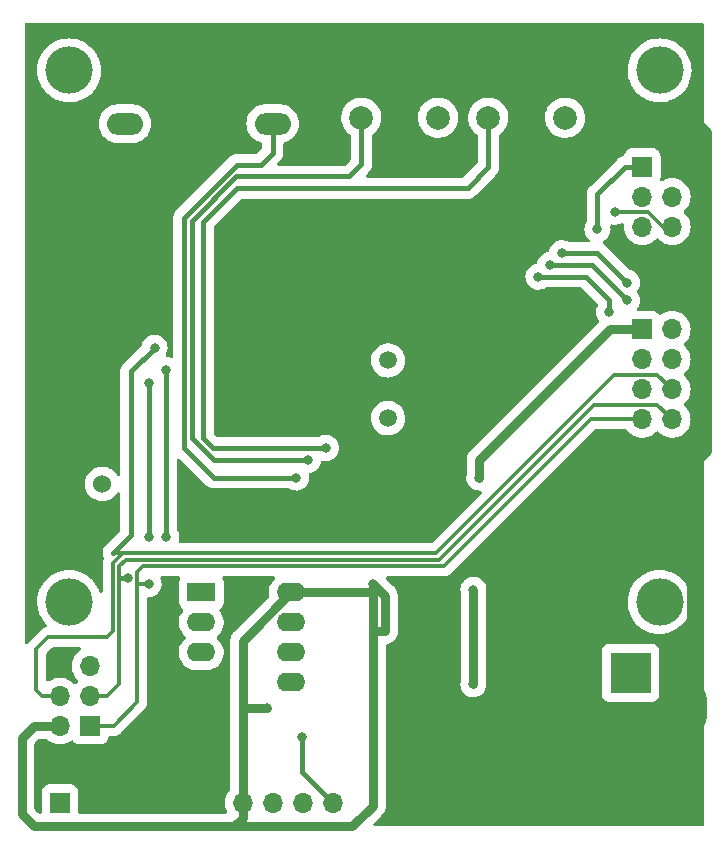
<source format=gbr>
%TF.GenerationSoftware,KiCad,Pcbnew,6.0.4-6f826c9f35~116~ubuntu21.10.1*%
%TF.CreationDate,2022-04-24T13:37:26+09:00*%
%TF.ProjectId,pcb,7063622e-6b69-4636-9164-5f7063625858,rev?*%
%TF.SameCoordinates,Original*%
%TF.FileFunction,Copper,L2,Bot*%
%TF.FilePolarity,Positive*%
%FSLAX46Y46*%
G04 Gerber Fmt 4.6, Leading zero omitted, Abs format (unit mm)*
G04 Created by KiCad (PCBNEW 6.0.4-6f826c9f35~116~ubuntu21.10.1) date 2022-04-24 13:37:26*
%MOMM*%
%LPD*%
G01*
G04 APERTURE LIST*
G04 Aperture macros list*
%AMRoundRect*
0 Rectangle with rounded corners*
0 $1 Rounding radius*
0 $2 $3 $4 $5 $6 $7 $8 $9 X,Y pos of 4 corners*
0 Add a 4 corners polygon primitive as box body*
4,1,4,$2,$3,$4,$5,$6,$7,$8,$9,$2,$3,0*
0 Add four circle primitives for the rounded corners*
1,1,$1+$1,$2,$3*
1,1,$1+$1,$4,$5*
1,1,$1+$1,$6,$7*
1,1,$1+$1,$8,$9*
0 Add four rect primitives between the rounded corners*
20,1,$1+$1,$2,$3,$4,$5,0*
20,1,$1+$1,$4,$5,$6,$7,0*
20,1,$1+$1,$6,$7,$8,$9,0*
20,1,$1+$1,$8,$9,$2,$3,0*%
G04 Aperture macros list end*
%TA.AperFunction,ComponentPad*%
%ADD10R,1.700000X1.700000*%
%TD*%
%TA.AperFunction,ComponentPad*%
%ADD11O,1.700000X1.700000*%
%TD*%
%TA.AperFunction,ComponentPad*%
%ADD12C,4.000000*%
%TD*%
%TA.AperFunction,ComponentPad*%
%ADD13R,3.500000X3.500000*%
%TD*%
%TA.AperFunction,ComponentPad*%
%ADD14RoundRect,0.750000X1.000000X-0.750000X1.000000X0.750000X-1.000000X0.750000X-1.000000X-0.750000X0*%
%TD*%
%TA.AperFunction,ComponentPad*%
%ADD15RoundRect,0.875000X0.875000X-0.875000X0.875000X0.875000X-0.875000X0.875000X-0.875000X-0.875000X0*%
%TD*%
%TA.AperFunction,ComponentPad*%
%ADD16C,1.524000*%
%TD*%
%TA.AperFunction,ComponentPad*%
%ADD17C,2.000000*%
%TD*%
%TA.AperFunction,ComponentPad*%
%ADD18O,3.048000X1.850000*%
%TD*%
%TA.AperFunction,ComponentPad*%
%ADD19R,2.400000X1.600000*%
%TD*%
%TA.AperFunction,ComponentPad*%
%ADD20O,2.400000X1.600000*%
%TD*%
%TA.AperFunction,ComponentPad*%
%ADD21C,1.500000*%
%TD*%
%TA.AperFunction,ViaPad*%
%ADD22C,0.800000*%
%TD*%
%TA.AperFunction,Conductor*%
%ADD23C,0.750000*%
%TD*%
%TA.AperFunction,Conductor*%
%ADD24C,0.300000*%
%TD*%
%TA.AperFunction,Conductor*%
%ADD25C,0.400000*%
%TD*%
G04 APERTURE END LIST*
D10*
%TO.P,J_INNER1,1,Pin_1*%
%TO.N,/PD6*%
X78290000Y-26175000D03*
D11*
%TO.P,J_INNER1,2,Pin_2*%
%TO.N,GND*%
X80830000Y-26175000D03*
%TO.P,J_INNER1,3,Pin_3*%
%TO.N,+5V*%
X78290000Y-28715000D03*
%TO.P,J_INNER1,4,Pin_4*%
X80830000Y-28715000D03*
%TO.P,J_INNER1,5,Pin_5*%
%TO.N,/PD5*%
X78290000Y-31255000D03*
%TO.P,J_INNER1,6,Pin_6*%
%TO.N,/PD7*%
X80830000Y-31255000D03*
%TO.P,J_INNER1,7,Pin_7*%
%TO.N,GND*%
X78290000Y-33795000D03*
%TO.P,J_INNER1,8,Pin_8*%
X80830000Y-33795000D03*
%TD*%
D12*
%TO.P,HOLE1,*%
%TO.N,*%
X29760000Y-18030000D03*
%TD*%
D13*
%TO.P,POWER_JACK1,1*%
%TO.N,Net-(D1-Pad2)*%
X77302500Y-69030000D03*
D14*
%TO.P,POWER_JACK1,2*%
%TO.N,GND*%
X77302500Y-75030000D03*
D15*
%TO.P,POWER_JACK1,3*%
X82002500Y-72030000D03*
%TD*%
D10*
%TO.P,J_UART1,1,Pin_1*%
%TO.N,GND*%
X39410000Y-80030000D03*
D11*
%TO.P,J_UART1,2,Pin_2*%
X41950000Y-80030000D03*
%TO.P,J_UART1,3,Pin_3*%
%TO.N,+5V*%
X44490000Y-80030000D03*
%TO.P,J_UART1,4,Pin_4*%
%TO.N,/RXD*%
X47030000Y-80030000D03*
%TO.P,J_UART1,5,Pin_5*%
%TO.N,/TXD*%
X49570000Y-80030000D03*
%TO.P,J_UART1,6,Pin_6*%
%TO.N,/DTR*%
X52110000Y-80030000D03*
%TD*%
D12*
%TO.P,HOLE3,*%
%TO.N,*%
X29760000Y-63030000D03*
%TD*%
D16*
%TO.P,BZ1,1,-*%
%TO.N,/PC3*%
X32560000Y-53030000D03*
%TO.P,BZ1,2,+*%
%TO.N,GND*%
X26960000Y-53030000D03*
%TD*%
D12*
%TO.P,HOLE4,*%
%TO.N,*%
X79760000Y-63030000D03*
%TD*%
D17*
%TO.P,SW3,1,1*%
%TO.N,/PD3*%
X54510000Y-22030000D03*
X61010000Y-22030000D03*
%TO.P,SW3,2,2*%
%TO.N,GND*%
X61010000Y-17530000D03*
X54510000Y-17530000D03*
%TD*%
%TO.P,SW4,1,1*%
%TO.N,/PD4*%
X65260000Y-22030000D03*
X71760000Y-22030000D03*
%TO.P,SW4,2,2*%
%TO.N,GND*%
X71760000Y-17530000D03*
X65260000Y-17530000D03*
%TD*%
D12*
%TO.P,HOLE2,*%
%TO.N,*%
X79760000Y-18030000D03*
%TD*%
D18*
%TO.P,SW2,1,1*%
%TO.N,/PD2*%
X47000000Y-22530000D03*
X34500000Y-22530000D03*
%TO.P,SW2,2,2*%
%TO.N,GND*%
X47000000Y-17530000D03*
X34500000Y-17530000D03*
%TD*%
D10*
%TO.P,SW1,1,1*%
%TO.N,/RESET*%
X28985000Y-80030000D03*
D11*
%TO.P,SW1,2,2*%
%TO.N,GND*%
X31525000Y-80030000D03*
%TD*%
D10*
%TO.P,J_SPI1,1,Pin_1*%
%TO.N,/MISO(PB4)*%
X31535000Y-73530000D03*
D11*
%TO.P,J_SPI1,2,Pin_2*%
%TO.N,+5V*%
X28995000Y-73530000D03*
%TO.P,J_SPI1,3,Pin_3*%
%TO.N,/SCK(PB5)*%
X31535000Y-70990000D03*
%TO.P,J_SPI1,4,Pin_4*%
%TO.N,/MOSI(PB3)*%
X28995000Y-70990000D03*
%TO.P,J_SPI1,5,Pin_5*%
%TO.N,/RESET*%
X31535000Y-68450000D03*
%TO.P,J_SPI1,6,Pin_6*%
%TO.N,GND*%
X28995000Y-68450000D03*
%TD*%
D19*
%TO.P,U3,1*%
%TO.N,N/C*%
X40960000Y-62230000D03*
D20*
%TO.P,U3,2*%
X40960000Y-64770000D03*
%TO.P,U3,3*%
X40960000Y-67310000D03*
%TO.P,U3,4,GND*%
%TO.N,GND*%
X40960000Y-69850000D03*
%TO.P,U3,5,SDA*%
%TO.N,/SDA(PC4)*%
X48580000Y-69850000D03*
%TO.P,U3,6,SCL*%
%TO.N,/SCL(PC5)*%
X48580000Y-67310000D03*
%TO.P,U3,7,WP*%
%TO.N,unconnected-(U3-Pad7)*%
X48580000Y-64770000D03*
%TO.P,U3,8,VCC*%
%TO.N,+5V*%
X48580000Y-62230000D03*
%TD*%
D10*
%TO.P,J_OUTPUT1,1,Pin_1*%
%TO.N,+3V3*%
X78290000Y-39955000D03*
D11*
%TO.P,J_OUTPUT1,2,Pin_2*%
X80830000Y-39955000D03*
%TO.P,J_OUTPUT1,3,Pin_3*%
%TO.N,Net-(J_OUTPUT1-Pad3)*%
X78290000Y-42495000D03*
%TO.P,J_OUTPUT1,4,Pin_4*%
%TO.N,/PB1*%
X80830000Y-42495000D03*
%TO.P,J_OUTPUT1,5,Pin_5*%
%TO.N,/PB2*%
X78290000Y-45035000D03*
%TO.P,J_OUTPUT1,6,Pin_6*%
%TO.N,/MOSI(PB3)*%
X80830000Y-45035000D03*
%TO.P,J_OUTPUT1,7,Pin_7*%
%TO.N,/MISO(PB4)*%
X78290000Y-47575000D03*
%TO.P,J_OUTPUT1,8,Pin_8*%
%TO.N,/SCK(PB5)*%
X80830000Y-47575000D03*
%TO.P,J_OUTPUT1,9,Pin_9*%
%TO.N,GND*%
X78290000Y-50115000D03*
%TO.P,J_OUTPUT1,10,Pin_10*%
X80830000Y-50115000D03*
%TD*%
D21*
%TO.P,Y1,1,1*%
%TO.N,Net-(C3-Pad1)*%
X56760000Y-42580000D03*
%TO.P,Y1,2,2*%
%TO.N,Net-(C2-Pad1)*%
X56760000Y-47460000D03*
%TD*%
D22*
%TO.N,GND*%
X46260000Y-47030000D03*
X54000000Y-46000000D03*
%TO.N,+5V*%
X46500000Y-72000000D03*
X55500000Y-61500000D03*
X56500000Y-65500000D03*
%TO.N,+3V3*%
X64500000Y-52500000D03*
X64000000Y-62000000D03*
X64000000Y-70000000D03*
%TO.N,/PD7*%
X76000000Y-30000000D03*
%TO.N,/PB1*%
X77000000Y-37500000D03*
X70500000Y-34500000D03*
%TO.N,/PB2*%
X71500000Y-33500000D03*
X77000000Y-36000000D03*
%TO.N,/MOSI(PB3)*%
X37000000Y-41500000D03*
%TO.N,/MISO(PB4)*%
X38000000Y-43380500D03*
X38000000Y-57500000D03*
X36500000Y-61500000D03*
%TO.N,/SCK(PB5)*%
X34730500Y-61000000D03*
X36500000Y-57500000D03*
X36500000Y-44500000D03*
%TO.N,/PB0*%
X75500000Y-38500000D03*
X69500000Y-35500000D03*
%TO.N,/PD2*%
X49000000Y-52500000D03*
%TO.N,/PD3*%
X50000000Y-51000000D03*
%TO.N,/PD4*%
X51500000Y-50000000D03*
%TO.N,/PD6*%
X74500000Y-31500000D03*
%TO.N,/DTR*%
X49500000Y-74500000D03*
%TD*%
D23*
%TO.N,GND*%
X40960000Y-78540000D02*
X40960000Y-80020000D01*
X82002500Y-72030000D02*
X82384511Y-71647989D01*
X82384511Y-71647989D02*
X82384511Y-51669511D01*
X78290000Y-50115000D02*
X80830000Y-50115000D01*
X80830000Y-26175000D02*
X80830000Y-24330000D01*
X83760000Y-33530000D02*
X83495000Y-33795000D01*
X83495000Y-33795000D02*
X80830000Y-33795000D01*
X82002500Y-72030000D02*
X82002500Y-74287500D01*
X39980000Y-79460000D02*
X39410000Y-80030000D01*
X71760000Y-17530000D02*
X74030000Y-17530000D01*
X83580978Y-50115000D02*
X80830000Y-50115000D01*
X82002500Y-74287500D02*
X81260000Y-75030000D01*
X74030000Y-17530000D02*
X78000000Y-21500000D01*
X80830000Y-33795000D02*
X78290000Y-33795000D01*
X83405000Y-26175000D02*
X80830000Y-26175000D01*
X40960000Y-79460000D02*
X41380000Y-79460000D01*
X80830000Y-24330000D02*
X78000000Y-21500000D01*
X40970000Y-80030000D02*
X41950000Y-80030000D01*
X40960000Y-79460000D02*
X40960000Y-78540000D01*
X47290000Y-46000000D02*
X46260000Y-47030000D01*
X83760000Y-23240000D02*
X83760000Y-26530000D01*
X54000000Y-46000000D02*
X47290000Y-46000000D01*
X83760000Y-26530000D02*
X83405000Y-26175000D01*
X81260000Y-75030000D02*
X77302500Y-75030000D01*
X83760000Y-50294022D02*
X82384511Y-51669511D01*
X82020000Y-21500000D02*
X83760000Y-23240000D01*
X83760000Y-33530000D02*
X83760000Y-50294022D01*
X78000000Y-21500000D02*
X82020000Y-21500000D01*
X40960000Y-78540000D02*
X40960000Y-69850000D01*
X41380000Y-79460000D02*
X41950000Y-80030000D01*
X83760000Y-26530000D02*
X83760000Y-33530000D01*
X40960000Y-80020000D02*
X40970000Y-80030000D01*
X82384511Y-51669511D02*
X80830000Y-50115000D01*
X40960000Y-79460000D02*
X39980000Y-79460000D01*
X39410000Y-80030000D02*
X40970000Y-80030000D01*
X83760000Y-50294022D02*
X83580978Y-50115000D01*
%TO.N,+5V*%
X44490000Y-66320000D02*
X44490000Y-71990000D01*
X55500000Y-80290000D02*
X55500000Y-65500000D01*
X26760000Y-73530000D02*
X25760000Y-74530000D01*
X28995000Y-73530000D02*
X26760000Y-73530000D01*
X44490000Y-81300000D02*
X44490000Y-80030000D01*
X56500000Y-65500000D02*
X56500000Y-62500000D01*
X56500000Y-62500000D02*
X55500000Y-61500000D01*
X43760000Y-82030000D02*
X44490000Y-81300000D01*
X48580000Y-62230000D02*
X44490000Y-66320000D01*
X55500000Y-62500000D02*
X55500000Y-61500000D01*
X44490000Y-71990000D02*
X44490000Y-80030000D01*
X46490000Y-71990000D02*
X46500000Y-72000000D01*
X25760000Y-74530000D02*
X25760000Y-81030000D01*
X55230000Y-62230000D02*
X55500000Y-62500000D01*
X53760000Y-82030000D02*
X55500000Y-80290000D01*
X44490000Y-71990000D02*
X46490000Y-71990000D01*
X48580000Y-62230000D02*
X55230000Y-62230000D01*
X25760000Y-81030000D02*
X26760000Y-82030000D01*
X43760000Y-82030000D02*
X53760000Y-82030000D01*
X26760000Y-82030000D02*
X43760000Y-82030000D01*
X55500000Y-65500000D02*
X55500000Y-62500000D01*
X56500000Y-65500000D02*
X55500000Y-65500000D01*
%TO.N,+3V3*%
X75545000Y-39955000D02*
X64500000Y-51000000D01*
X64000000Y-62000000D02*
X64000000Y-70000000D01*
X64500000Y-51000000D02*
X64500000Y-52500000D01*
X78290000Y-39955000D02*
X75545000Y-39955000D01*
D24*
%TO.N,/PD7*%
X78802076Y-30000000D02*
X76000000Y-30000000D01*
X80830000Y-31255000D02*
X80057076Y-31255000D01*
X80057076Y-31255000D02*
X78802076Y-30000000D01*
D25*
%TO.N,/PB1*%
X74000000Y-34500000D02*
X77000000Y-37500000D01*
X70500000Y-34500000D02*
X74000000Y-34500000D01*
%TO.N,/PB2*%
X71500000Y-33500000D02*
X74500000Y-33500000D01*
X74500000Y-33500000D02*
X77000000Y-36000000D01*
D24*
%TO.N,/MOSI(PB3)*%
X28000000Y-66000000D02*
X27000000Y-67000000D01*
X33450480Y-59772382D02*
X33450480Y-65500000D01*
D25*
X35000000Y-57400960D02*
X33499999Y-58900961D01*
D24*
X32950480Y-66000000D02*
X28000000Y-66000000D01*
X33450480Y-65500000D02*
X32950480Y-66000000D01*
X60821902Y-58900960D02*
X75937373Y-43785489D01*
X60821902Y-58900960D02*
X34321901Y-58900961D01*
X27000000Y-70500000D02*
X27490000Y-70990000D01*
X27490000Y-70990000D02*
X28995000Y-70990000D01*
X27000000Y-67000000D02*
X27000000Y-70500000D01*
X34321901Y-58900961D02*
X33499999Y-58900961D01*
X80830000Y-45035000D02*
X79580489Y-43785489D01*
D25*
X37000000Y-41500000D02*
X35000000Y-43500000D01*
D24*
X75937373Y-43785489D02*
X79580489Y-43785489D01*
D25*
X35000000Y-43500000D02*
X35000000Y-57400960D01*
D24*
X34321901Y-58900961D02*
X33450480Y-59772382D01*
%TO.N,/MISO(PB4)*%
X73925000Y-47575000D02*
X78290000Y-47575000D01*
X35530000Y-61530000D02*
X35530000Y-60530000D01*
X35560000Y-61500000D02*
X35530000Y-61530000D01*
X36060000Y-60000000D02*
X61500000Y-60000000D01*
D25*
X38000000Y-57500000D02*
X38000000Y-43500000D01*
D24*
X35530000Y-71530000D02*
X35530000Y-61530000D01*
X35530000Y-60530000D02*
X36060000Y-60000000D01*
X33530000Y-73530000D02*
X35530000Y-71530000D01*
X31535000Y-73530000D02*
X33530000Y-73530000D01*
X36500000Y-61500000D02*
X35560000Y-61500000D01*
X61500000Y-60000000D02*
X73925000Y-47575000D01*
%TO.N,/SCK(PB5)*%
X34000000Y-60000000D02*
X34549520Y-59450480D01*
X61049520Y-59450480D02*
X74174511Y-46325489D01*
D25*
X34730500Y-61000000D02*
X34050000Y-61000000D01*
D24*
X74174511Y-46325489D02*
X79580489Y-46325489D01*
X34549520Y-59450480D02*
X61049520Y-59450480D01*
D25*
X36500000Y-44500000D02*
X36500000Y-57500000D01*
D24*
X79580489Y-46325489D02*
X80830000Y-47575000D01*
X34000000Y-70000000D02*
X34000000Y-61000000D01*
X34000000Y-61000000D02*
X34000000Y-60000000D01*
X33010000Y-70990000D02*
X34000000Y-70000000D01*
X31535000Y-70990000D02*
X33010000Y-70990000D01*
D25*
%TO.N,/PB0*%
X73500000Y-35500000D02*
X75500000Y-37500000D01*
X69500000Y-35500000D02*
X73500000Y-35500000D01*
X75500000Y-37500000D02*
X75500000Y-38500000D01*
%TO.N,/PD2*%
X46000000Y-26000000D02*
X44000000Y-26000000D01*
X39500000Y-30500000D02*
X39500000Y-50000000D01*
X47000000Y-22530000D02*
X47000000Y-25000000D01*
X42000000Y-52500000D02*
X49000000Y-52500000D01*
X44000000Y-26000000D02*
X39500000Y-30500000D01*
X47000000Y-25000000D02*
X46000000Y-26000000D01*
X39500000Y-50000000D02*
X42000000Y-52500000D01*
%TO.N,/PD3*%
X40149520Y-49149520D02*
X42000000Y-51000000D01*
X43918560Y-27000000D02*
X40149520Y-30769040D01*
X42000000Y-51000000D02*
X50000000Y-51000000D01*
X54510000Y-25990000D02*
X53500000Y-27000000D01*
X54510000Y-22030000D02*
X54510000Y-25990000D01*
X40149520Y-30769040D02*
X40149520Y-49149520D01*
X53500000Y-27000000D02*
X43918560Y-27000000D01*
%TO.N,/PD4*%
X41918560Y-50000000D02*
X41109040Y-49190480D01*
X63500000Y-28000000D02*
X65260000Y-26240000D01*
X65260000Y-26240000D02*
X65260000Y-22030000D01*
X41109040Y-30890960D02*
X44000000Y-28000000D01*
X41109040Y-49190480D02*
X41109040Y-30890960D01*
X51500000Y-50000000D02*
X41918560Y-50000000D01*
X44000000Y-28000000D02*
X63500000Y-28000000D01*
%TO.N,/PD6*%
X74500000Y-28500000D02*
X74500000Y-31500000D01*
X78290000Y-26175000D02*
X76825000Y-26175000D01*
X76825000Y-26175000D02*
X74500000Y-28500000D01*
%TO.N,/DTR*%
X49500000Y-77420000D02*
X52110000Y-80030000D01*
X49500000Y-74500000D02*
X49500000Y-77420000D01*
%TD*%
%TA.AperFunction,Conductor*%
%TO.N,GND*%
G36*
X83425500Y-14019962D02*
G01*
X83480038Y-14074500D01*
X83500000Y-14149000D01*
X83500000Y-81851000D01*
X83480038Y-81925500D01*
X83425500Y-81980038D01*
X83351000Y-82000000D01*
X55670704Y-82000000D01*
X55596204Y-81980038D01*
X55541666Y-81925500D01*
X55521704Y-81851000D01*
X55541666Y-81776500D01*
X55565345Y-81745641D01*
X56188026Y-81122961D01*
X56196027Y-81115526D01*
X56200164Y-81111955D01*
X56205950Y-81107851D01*
X56210851Y-81102732D01*
X56210855Y-81102728D01*
X56267908Y-81043129D01*
X56270181Y-81040806D01*
X56296749Y-81014238D01*
X56300707Y-81009445D01*
X56307943Y-81001309D01*
X56347866Y-80959604D01*
X56351720Y-80953636D01*
X56364649Y-80933614D01*
X56374930Y-80919566D01*
X56390114Y-80901178D01*
X56394630Y-80895710D01*
X56422310Y-80845047D01*
X56427883Y-80835680D01*
X56455341Y-80793157D01*
X56455345Y-80793149D01*
X56459189Y-80787196D01*
X56470754Y-80758499D01*
X56478193Y-80742762D01*
X56489626Y-80721838D01*
X56489629Y-80721832D01*
X56493027Y-80715612D01*
X56510627Y-80660631D01*
X56514334Y-80650363D01*
X56533249Y-80603429D01*
X56533250Y-80603427D01*
X56535901Y-80596848D01*
X56541831Y-80566483D01*
X56546158Y-80549633D01*
X56553432Y-80526908D01*
X56555593Y-80520157D01*
X56562477Y-80462845D01*
X56564176Y-80452065D01*
X56574206Y-80400708D01*
X56574208Y-80400693D01*
X56575236Y-80395428D01*
X56575500Y-80390030D01*
X56575500Y-80363354D01*
X56576563Y-80345584D01*
X56579223Y-80323438D01*
X56580069Y-80316396D01*
X56575872Y-80257113D01*
X56575500Y-80246591D01*
X56575500Y-69971069D01*
X62895164Y-69971069D01*
X62897496Y-70006646D01*
X62900564Y-70053452D01*
X62908392Y-70172894D01*
X62958178Y-70368928D01*
X62961036Y-70375128D01*
X62961038Y-70375133D01*
X63030051Y-70524832D01*
X63042856Y-70552607D01*
X63109184Y-70646460D01*
X63147557Y-70700756D01*
X63159588Y-70717780D01*
X63164484Y-70722549D01*
X63164487Y-70722553D01*
X63299569Y-70854143D01*
X63304466Y-70858913D01*
X63472637Y-70971282D01*
X63658470Y-71051122D01*
X63855740Y-71095760D01*
X63862562Y-71096028D01*
X64051013Y-71103432D01*
X64051016Y-71103432D01*
X64057842Y-71103700D01*
X64258007Y-71074678D01*
X64404721Y-71024875D01*
X64443065Y-71011859D01*
X64443066Y-71011859D01*
X64449531Y-71009664D01*
X64580433Y-70936356D01*
X64620041Y-70914175D01*
X64620043Y-70914174D01*
X64626001Y-70910837D01*
X64781505Y-70781505D01*
X64910837Y-70626001D01*
X65009664Y-70449531D01*
X65074678Y-70258007D01*
X65098315Y-70094981D01*
X65103070Y-70062190D01*
X65103071Y-70062183D01*
X65103700Y-70057842D01*
X65105215Y-70000000D01*
X65101638Y-69961066D01*
X65087333Y-69805393D01*
X65086708Y-69798591D01*
X65081094Y-69778685D01*
X65075500Y-69738241D01*
X65075500Y-67224007D01*
X74852000Y-67224007D01*
X74852001Y-70835992D01*
X74852314Y-70839396D01*
X74852314Y-70839402D01*
X74854928Y-70867848D01*
X74858671Y-70908594D01*
X74861034Y-70916133D01*
X74861034Y-70916135D01*
X74870690Y-70946946D01*
X74909373Y-71070383D01*
X74914024Y-71078063D01*
X74914025Y-71078065D01*
X74992550Y-71207726D01*
X74992553Y-71207730D01*
X74997203Y-71215408D01*
X75117092Y-71335297D01*
X75124770Y-71339947D01*
X75124774Y-71339950D01*
X75254435Y-71418475D01*
X75254437Y-71418476D01*
X75262117Y-71423127D01*
X75423906Y-71473829D01*
X75496507Y-71480500D01*
X77301708Y-71480500D01*
X79108492Y-71480499D01*
X79111896Y-71480186D01*
X79111902Y-71480186D01*
X79147152Y-71476947D01*
X79181094Y-71473829D01*
X79188633Y-71471466D01*
X79188635Y-71471466D01*
X79334315Y-71425812D01*
X79334314Y-71425812D01*
X79342883Y-71423127D01*
X79350563Y-71418476D01*
X79350565Y-71418475D01*
X79480226Y-71339950D01*
X79480230Y-71339947D01*
X79487908Y-71335297D01*
X79607797Y-71215408D01*
X79612447Y-71207730D01*
X79612450Y-71207726D01*
X79690975Y-71078065D01*
X79690976Y-71078063D01*
X79695627Y-71070383D01*
X79746329Y-70908594D01*
X79753000Y-70835993D01*
X79752999Y-67224008D01*
X79751812Y-67211082D01*
X79748443Y-67174422D01*
X79746329Y-67151406D01*
X79738538Y-67126543D01*
X79698312Y-66998185D01*
X79695627Y-66989617D01*
X79681995Y-66967107D01*
X79612450Y-66852274D01*
X79612447Y-66852270D01*
X79607797Y-66844592D01*
X79487908Y-66724703D01*
X79480230Y-66720053D01*
X79480226Y-66720050D01*
X79350565Y-66641525D01*
X79350563Y-66641524D01*
X79342883Y-66636873D01*
X79181094Y-66586171D01*
X79108493Y-66579500D01*
X77303292Y-66579500D01*
X75496508Y-66579501D01*
X75493104Y-66579814D01*
X75493098Y-66579814D01*
X75462384Y-66582636D01*
X75423906Y-66586171D01*
X75416367Y-66588534D01*
X75416365Y-66588534D01*
X75376408Y-66601056D01*
X75262117Y-66636873D01*
X75254437Y-66641524D01*
X75254435Y-66641525D01*
X75124774Y-66720050D01*
X75124770Y-66720053D01*
X75117092Y-66724703D01*
X74997203Y-66844592D01*
X74992553Y-66852270D01*
X74992550Y-66852274D01*
X74923005Y-66967107D01*
X74909373Y-66989617D01*
X74858671Y-67151406D01*
X74852000Y-67224007D01*
X65075500Y-67224007D01*
X65075500Y-63001669D01*
X77054712Y-63001669D01*
X77054935Y-63006149D01*
X77054935Y-63006150D01*
X77070579Y-63320383D01*
X77070902Y-63326879D01*
X77071660Y-63331293D01*
X77071661Y-63331298D01*
X77093386Y-63457726D01*
X77126045Y-63647789D01*
X77219341Y-63959749D01*
X77225162Y-63973105D01*
X77320718Y-64192345D01*
X77349439Y-64258242D01*
X77351710Y-64262105D01*
X77351713Y-64262111D01*
X77448709Y-64427107D01*
X77514455Y-64538944D01*
X77711998Y-64797788D01*
X77939208Y-65031025D01*
X78109007Y-65167791D01*
X78183368Y-65227685D01*
X78192792Y-65235276D01*
X78196600Y-65237651D01*
X78196603Y-65237653D01*
X78305221Y-65305393D01*
X78469078Y-65407583D01*
X78764063Y-65545451D01*
X79073474Y-65646881D01*
X79077879Y-65647757D01*
X79077882Y-65647758D01*
X79292449Y-65690438D01*
X79392830Y-65710405D01*
X79397291Y-65710744D01*
X79397296Y-65710745D01*
X79529683Y-65720815D01*
X79717505Y-65735102D01*
X79721996Y-65734902D01*
X79721998Y-65734902D01*
X80038311Y-65720815D01*
X80038316Y-65720814D01*
X80042795Y-65720615D01*
X80047215Y-65719879D01*
X80047218Y-65719879D01*
X80359567Y-65667890D01*
X80363989Y-65667154D01*
X80368291Y-65665892D01*
X80368295Y-65665891D01*
X80672124Y-65576758D01*
X80672133Y-65576755D01*
X80676434Y-65575493D01*
X80975604Y-65446959D01*
X80979469Y-65444714D01*
X80979477Y-65444710D01*
X81174556Y-65331398D01*
X81257165Y-65283415D01*
X81260738Y-65280718D01*
X81260745Y-65280713D01*
X81513468Y-65089927D01*
X81513472Y-65089923D01*
X81517040Y-65087230D01*
X81699131Y-64911694D01*
X81748230Y-64864363D01*
X81748233Y-64864359D01*
X81751464Y-64861245D01*
X81911255Y-64664972D01*
X81954206Y-64612214D01*
X81957040Y-64608733D01*
X82079111Y-64415263D01*
X82128395Y-64337154D01*
X82128399Y-64337146D01*
X82130792Y-64333354D01*
X82270202Y-64039095D01*
X82373251Y-63730218D01*
X82438446Y-63411199D01*
X82438809Y-63406737D01*
X82464630Y-63089278D01*
X82464630Y-63089275D01*
X82464843Y-63086658D01*
X82465436Y-63030000D01*
X82445841Y-62704977D01*
X82387342Y-62384663D01*
X82290784Y-62073696D01*
X82255784Y-61995634D01*
X82159404Y-61780679D01*
X82157567Y-61776582D01*
X82028493Y-61562190D01*
X81991934Y-61501465D01*
X81991930Y-61501459D01*
X81989621Y-61497624D01*
X81968743Y-61470853D01*
X81792143Y-61244409D01*
X81792138Y-61244404D01*
X81789377Y-61240863D01*
X81747775Y-61199042D01*
X81655081Y-61105862D01*
X81559738Y-61010018D01*
X81304029Y-60808433D01*
X81245476Y-60772762D01*
X81029782Y-60641361D01*
X81025954Y-60639029D01*
X80889332Y-60576910D01*
X80733632Y-60506117D01*
X80733623Y-60506114D01*
X80729542Y-60504258D01*
X80703605Y-60496055D01*
X80674627Y-60486891D01*
X80419085Y-60406073D01*
X80099081Y-60345897D01*
X80043393Y-60342247D01*
X79778644Y-60324894D01*
X79778636Y-60324894D01*
X79774166Y-60324601D01*
X79559451Y-60336418D01*
X79453529Y-60342247D01*
X79453525Y-60342247D01*
X79449045Y-60342494D01*
X79128429Y-60399315D01*
X79124139Y-60400623D01*
X79124137Y-60400623D01*
X78821251Y-60492936D01*
X78821244Y-60492939D01*
X78816961Y-60494244D01*
X78519153Y-60625903D01*
X78515298Y-60628197D01*
X78515297Y-60628197D01*
X78275809Y-60770677D01*
X78239319Y-60792386D01*
X77981513Y-60991282D01*
X77978320Y-60994425D01*
X77978318Y-60994427D01*
X77953465Y-61018893D01*
X77749469Y-61219710D01*
X77746678Y-61223212D01*
X77746673Y-61223218D01*
X77549342Y-61470853D01*
X77549338Y-61470859D01*
X77546548Y-61474360D01*
X77544196Y-61478175D01*
X77544195Y-61478177D01*
X77397603Y-61715995D01*
X77375690Y-61751544D01*
X77239369Y-62047247D01*
X77139560Y-62357185D01*
X77077709Y-62676870D01*
X77054712Y-63001669D01*
X65075500Y-63001669D01*
X65075500Y-62263083D01*
X65077042Y-62241703D01*
X65103070Y-62062190D01*
X65103071Y-62062183D01*
X65103700Y-62057842D01*
X65105215Y-62000000D01*
X65100767Y-61951587D01*
X65087333Y-61805393D01*
X65086708Y-61798591D01*
X65074398Y-61754941D01*
X65033663Y-61610507D01*
X65031807Y-61603926D01*
X65021776Y-61583584D01*
X64945370Y-61428649D01*
X64942351Y-61422527D01*
X64938270Y-61417062D01*
X64938267Y-61417057D01*
X64825423Y-61265941D01*
X64825421Y-61265939D01*
X64821335Y-61260467D01*
X64672812Y-61123174D01*
X64501757Y-61015246D01*
X64495417Y-61012717D01*
X64495412Y-61012714D01*
X64320235Y-60942826D01*
X64320233Y-60942825D01*
X64313898Y-60940298D01*
X64115526Y-60900839D01*
X64015810Y-60899534D01*
X63920120Y-60898281D01*
X63920115Y-60898281D01*
X63913286Y-60898192D01*
X63906553Y-60899349D01*
X63906552Y-60899349D01*
X63720680Y-60931287D01*
X63720676Y-60931288D01*
X63713949Y-60932444D01*
X63524193Y-61002449D01*
X63350371Y-61105862D01*
X63311881Y-61139617D01*
X63224142Y-61216562D01*
X63198305Y-61239220D01*
X63194078Y-61244582D01*
X63194077Y-61244583D01*
X63092048Y-61374008D01*
X63073089Y-61398057D01*
X62978914Y-61577053D01*
X62918937Y-61770213D01*
X62918134Y-61776996D01*
X62918134Y-61776997D01*
X62897008Y-61955493D01*
X62895164Y-61971069D01*
X62899181Y-62032354D01*
X62905663Y-62131252D01*
X62908392Y-62172894D01*
X62910074Y-62179516D01*
X62919915Y-62218266D01*
X62924500Y-62254943D01*
X62924500Y-69731388D01*
X62921244Y-69762367D01*
X62920964Y-69763686D01*
X62918937Y-69770213D01*
X62915578Y-69798591D01*
X62897063Y-69955028D01*
X62895164Y-69971069D01*
X56575500Y-69971069D01*
X56575500Y-66730094D01*
X56595462Y-66655594D01*
X56650000Y-66601056D01*
X56703119Y-66582636D01*
X56758007Y-66574678D01*
X56949531Y-66509664D01*
X57126001Y-66410837D01*
X57281505Y-66281505D01*
X57410837Y-66126001D01*
X57509664Y-65949531D01*
X57574678Y-65758007D01*
X57590790Y-65646881D01*
X57603070Y-65562190D01*
X57603071Y-65562183D01*
X57603700Y-65557842D01*
X57605215Y-65500000D01*
X57604782Y-65495281D01*
X57587333Y-65305393D01*
X57586708Y-65298591D01*
X57581094Y-65278685D01*
X57575500Y-65238241D01*
X57575500Y-62602495D01*
X57575900Y-62591581D01*
X57576301Y-62586119D01*
X57577490Y-62579126D01*
X57575535Y-62489510D01*
X57575500Y-62486260D01*
X57575500Y-62448727D01*
X57575163Y-62445190D01*
X57574911Y-62442546D01*
X57574273Y-62431650D01*
X57573169Y-62381039D01*
X57573169Y-62381035D01*
X57573014Y-62373950D01*
X57566499Y-62343691D01*
X57563838Y-62326495D01*
X57561574Y-62302767D01*
X57560900Y-62295703D01*
X57558904Y-62288901D01*
X57558902Y-62288888D01*
X57544653Y-62240319D01*
X57541971Y-62229763D01*
X57529820Y-62173322D01*
X57524854Y-62161652D01*
X57517707Y-62144854D01*
X57511836Y-62128458D01*
X57505124Y-62105579D01*
X57503129Y-62098777D01*
X57476698Y-62047459D01*
X57472063Y-62037587D01*
X57452244Y-61991008D01*
X57452243Y-61991006D01*
X57449467Y-61984482D01*
X57445506Y-61978598D01*
X57445503Y-61978593D01*
X57432194Y-61958825D01*
X57423327Y-61943833D01*
X57422932Y-61943065D01*
X57409162Y-61916329D01*
X57373518Y-61870953D01*
X57367090Y-61862122D01*
X57337848Y-61818686D01*
X57337847Y-61818684D01*
X57334856Y-61814242D01*
X57331226Y-61810239D01*
X57312353Y-61791366D01*
X57300548Y-61778058D01*
X57282389Y-61754941D01*
X57277041Y-61750300D01*
X57277038Y-61750297D01*
X57237508Y-61715995D01*
X57229804Y-61708817D01*
X56625846Y-61104859D01*
X56587282Y-61038064D01*
X56587282Y-60960936D01*
X56625846Y-60894141D01*
X56692641Y-60855577D01*
X56731205Y-60850500D01*
X61457977Y-60850500D01*
X61470445Y-60851023D01*
X61520902Y-60855260D01*
X61528906Y-60854192D01*
X61528908Y-60854192D01*
X61600402Y-60844653D01*
X61604014Y-60844216D01*
X61675683Y-60836430D01*
X61675684Y-60836430D01*
X61683709Y-60835558D01*
X61691173Y-60833046D01*
X61691815Y-60832933D01*
X61691987Y-60832891D01*
X61695523Y-60832068D01*
X61695653Y-60832039D01*
X61696265Y-60831861D01*
X61704069Y-60830820D01*
X61779438Y-60803388D01*
X61782785Y-60802215D01*
X61858848Y-60776617D01*
X61865595Y-60772563D01*
X61866197Y-60772315D01*
X61866369Y-60772230D01*
X61869624Y-60770677D01*
X61869759Y-60770615D01*
X61870317Y-60770311D01*
X61877715Y-60767618D01*
X61945428Y-60724647D01*
X61948473Y-60722765D01*
X62017244Y-60681443D01*
X62022967Y-60676031D01*
X62024407Y-60675031D01*
X62028575Y-60671879D01*
X62033738Y-60668602D01*
X62037972Y-60664817D01*
X62091274Y-60611515D01*
X62094257Y-60608615D01*
X62145640Y-60560024D01*
X62151507Y-60554476D01*
X62156044Y-60547800D01*
X62158200Y-60545267D01*
X62166308Y-60536481D01*
X74233648Y-48469141D01*
X74300443Y-48430577D01*
X74339007Y-48425500D01*
X76910124Y-48425500D01*
X76984624Y-48445462D01*
X77029977Y-48486300D01*
X77031741Y-48489179D01*
X77190241Y-48674759D01*
X77375821Y-48833259D01*
X77583911Y-48960777D01*
X77589320Y-48963017D01*
X77589323Y-48963019D01*
X77684517Y-49002449D01*
X77809388Y-49054172D01*
X77815075Y-49055537D01*
X77815077Y-49055538D01*
X78041011Y-49109781D01*
X78041015Y-49109782D01*
X78046698Y-49111146D01*
X78052524Y-49111604D01*
X78052527Y-49111605D01*
X78284168Y-49129835D01*
X78290000Y-49130294D01*
X78295832Y-49129835D01*
X78527473Y-49111605D01*
X78527476Y-49111604D01*
X78533302Y-49111146D01*
X78538985Y-49109782D01*
X78538989Y-49109781D01*
X78764923Y-49055538D01*
X78764925Y-49055537D01*
X78770612Y-49054172D01*
X78895483Y-49002449D01*
X78990677Y-48963019D01*
X78990680Y-48963017D01*
X78996089Y-48960777D01*
X79204179Y-48833259D01*
X79389759Y-48674759D01*
X79393558Y-48670311D01*
X79393565Y-48670304D01*
X79446700Y-48608091D01*
X79510263Y-48564405D01*
X79587153Y-48558354D01*
X79656768Y-48591559D01*
X79673300Y-48608091D01*
X79726435Y-48670304D01*
X79726442Y-48670311D01*
X79730241Y-48674759D01*
X79915821Y-48833259D01*
X80123911Y-48960777D01*
X80129320Y-48963017D01*
X80129323Y-48963019D01*
X80224517Y-49002449D01*
X80349388Y-49054172D01*
X80355075Y-49055537D01*
X80355077Y-49055538D01*
X80581011Y-49109781D01*
X80581015Y-49109782D01*
X80586698Y-49111146D01*
X80592524Y-49111604D01*
X80592527Y-49111605D01*
X80824168Y-49129835D01*
X80830000Y-49130294D01*
X80835832Y-49129835D01*
X81067473Y-49111605D01*
X81067476Y-49111604D01*
X81073302Y-49111146D01*
X81078985Y-49109782D01*
X81078989Y-49109781D01*
X81304923Y-49055538D01*
X81304925Y-49055537D01*
X81310612Y-49054172D01*
X81435483Y-49002449D01*
X81530677Y-48963019D01*
X81530680Y-48963017D01*
X81536089Y-48960777D01*
X81744179Y-48833259D01*
X81929759Y-48674759D01*
X82088259Y-48489179D01*
X82215777Y-48281089D01*
X82309172Y-48055612D01*
X82346315Y-47900903D01*
X82364781Y-47823989D01*
X82364782Y-47823985D01*
X82366146Y-47818302D01*
X82369678Y-47773431D01*
X82384835Y-47580832D01*
X82385294Y-47575000D01*
X82376555Y-47463956D01*
X82366605Y-47337527D01*
X82366604Y-47337524D01*
X82366146Y-47331698D01*
X82309172Y-47094388D01*
X82266328Y-46990952D01*
X82218019Y-46874323D01*
X82218017Y-46874320D01*
X82215777Y-46868911D01*
X82088259Y-46660821D01*
X81988521Y-46544042D01*
X81933558Y-46479689D01*
X81929759Y-46475241D01*
X81925311Y-46471442D01*
X81925304Y-46471435D01*
X81863091Y-46418300D01*
X81819405Y-46354737D01*
X81813354Y-46277847D01*
X81846559Y-46208232D01*
X81863091Y-46191700D01*
X81925304Y-46138565D01*
X81925311Y-46138558D01*
X81929759Y-46134759D01*
X82088259Y-45949179D01*
X82215777Y-45741089D01*
X82309172Y-45515612D01*
X82319914Y-45470871D01*
X82364781Y-45283989D01*
X82364782Y-45283985D01*
X82366146Y-45278302D01*
X82385294Y-45035000D01*
X82366146Y-44791698D01*
X82364536Y-44784989D01*
X82310538Y-44560077D01*
X82310537Y-44560075D01*
X82309172Y-44554388D01*
X82215777Y-44328911D01*
X82088259Y-44120821D01*
X82013420Y-44033195D01*
X81933558Y-43939689D01*
X81929759Y-43935241D01*
X81925311Y-43931442D01*
X81925304Y-43931435D01*
X81863091Y-43878300D01*
X81819405Y-43814737D01*
X81813354Y-43737847D01*
X81846559Y-43668232D01*
X81863091Y-43651700D01*
X81925304Y-43598565D01*
X81925311Y-43598558D01*
X81929759Y-43594759D01*
X81950163Y-43570869D01*
X82084461Y-43413626D01*
X82084462Y-43413625D01*
X82088259Y-43409179D01*
X82215777Y-43201089D01*
X82226372Y-43175512D01*
X82292683Y-43015421D01*
X82309172Y-42975612D01*
X82310538Y-42969923D01*
X82364781Y-42743989D01*
X82364782Y-42743985D01*
X82366146Y-42738302D01*
X82375479Y-42619720D01*
X82384835Y-42500832D01*
X82385294Y-42495000D01*
X82377483Y-42395746D01*
X82366605Y-42257527D01*
X82366604Y-42257524D01*
X82366146Y-42251698D01*
X82336903Y-42129891D01*
X82310538Y-42020077D01*
X82310537Y-42020075D01*
X82309172Y-42014388D01*
X82215777Y-41788911D01*
X82088259Y-41580821D01*
X82032501Y-41515536D01*
X81933558Y-41399689D01*
X81929759Y-41395241D01*
X81925311Y-41391442D01*
X81925304Y-41391435D01*
X81863091Y-41338300D01*
X81819405Y-41274737D01*
X81813354Y-41197847D01*
X81846559Y-41128232D01*
X81863091Y-41111700D01*
X81925304Y-41058565D01*
X81925311Y-41058558D01*
X81929759Y-41054759D01*
X82088259Y-40869179D01*
X82215777Y-40661089D01*
X82240098Y-40602374D01*
X82276187Y-40515246D01*
X82309172Y-40435612D01*
X82310538Y-40429923D01*
X82364781Y-40203989D01*
X82364782Y-40203985D01*
X82366146Y-40198302D01*
X82385294Y-39955000D01*
X82366146Y-39711698D01*
X82309172Y-39474388D01*
X82264332Y-39366135D01*
X82218019Y-39254323D01*
X82218017Y-39254320D01*
X82215777Y-39248911D01*
X82088259Y-39040821D01*
X81929759Y-38855241D01*
X81744179Y-38696741D01*
X81536089Y-38569223D01*
X81530680Y-38566983D01*
X81530677Y-38566981D01*
X81316017Y-38478067D01*
X81310612Y-38475828D01*
X81304925Y-38474463D01*
X81304923Y-38474462D01*
X81078989Y-38420219D01*
X81078985Y-38420218D01*
X81073302Y-38418854D01*
X81067476Y-38418396D01*
X81067473Y-38418395D01*
X80835832Y-38400165D01*
X80830000Y-38399706D01*
X80824168Y-38400165D01*
X80592527Y-38418395D01*
X80592524Y-38418396D01*
X80586698Y-38418854D01*
X80581015Y-38420218D01*
X80581011Y-38420219D01*
X80355077Y-38474462D01*
X80355075Y-38474463D01*
X80349388Y-38475828D01*
X80343983Y-38478067D01*
X80129323Y-38566981D01*
X80129320Y-38566983D01*
X80123911Y-38569223D01*
X79915821Y-38696741D01*
X79911368Y-38700545D01*
X79906632Y-38703985D01*
X79905493Y-38702417D01*
X79844231Y-38731649D01*
X79767340Y-38725609D01*
X79699862Y-38677129D01*
X79695297Y-38669592D01*
X79575408Y-38549703D01*
X79567730Y-38545053D01*
X79567726Y-38545050D01*
X79438065Y-38466525D01*
X79438063Y-38466524D01*
X79430383Y-38461873D01*
X79268594Y-38411171D01*
X79195993Y-38404500D01*
X79181423Y-38404500D01*
X77996930Y-38404501D01*
X77922431Y-38384539D01*
X77867893Y-38330001D01*
X77847931Y-38255501D01*
X77867893Y-38181001D01*
X77882374Y-38160225D01*
X77906465Y-38131258D01*
X77906466Y-38131256D01*
X77910837Y-38126001D01*
X77934592Y-38083584D01*
X78006325Y-37955493D01*
X78009664Y-37949531D01*
X78074678Y-37758007D01*
X78103700Y-37557842D01*
X78105215Y-37500000D01*
X78086708Y-37298591D01*
X78031807Y-37103926D01*
X77942351Y-36922527D01*
X77938270Y-36917062D01*
X77938267Y-36917057D01*
X77881050Y-36840435D01*
X77852470Y-36768798D01*
X77863537Y-36692468D01*
X77885880Y-36656008D01*
X77906470Y-36631252D01*
X77906471Y-36631250D01*
X77910837Y-36626001D01*
X77923876Y-36602719D01*
X77997483Y-36471282D01*
X78009664Y-36449531D01*
X78074678Y-36258007D01*
X78103700Y-36057842D01*
X78105215Y-36000000D01*
X78086708Y-35798591D01*
X78031807Y-35603926D01*
X77942351Y-35422527D01*
X77938270Y-35417062D01*
X77938267Y-35417057D01*
X77825423Y-35265941D01*
X77825421Y-35265939D01*
X77821335Y-35260467D01*
X77672812Y-35123174D01*
X77501757Y-35015246D01*
X77495417Y-35012717D01*
X77495412Y-35012714D01*
X77320242Y-34942829D01*
X77313898Y-34940298D01*
X77233273Y-34924261D01*
X77164099Y-34890148D01*
X77156982Y-34883483D01*
X75195156Y-32921657D01*
X75179971Y-32903877D01*
X75177483Y-32900453D01*
X75177481Y-32900451D01*
X75172888Y-32894129D01*
X75122975Y-32849187D01*
X75117317Y-32843818D01*
X75103380Y-32829881D01*
X75088066Y-32817480D01*
X75082137Y-32812416D01*
X75038022Y-32772695D01*
X75032216Y-32767467D01*
X75021779Y-32761441D01*
X75002517Y-32748203D01*
X74993149Y-32740617D01*
X74987683Y-32737832D01*
X74936526Y-32681017D01*
X74920490Y-32605574D01*
X74944324Y-32532221D01*
X74996481Y-32483371D01*
X75126001Y-32410837D01*
X75281505Y-32281505D01*
X75410837Y-32126001D01*
X75509664Y-31949531D01*
X75574678Y-31758007D01*
X75603700Y-31557842D01*
X75605215Y-31500000D01*
X75604524Y-31492473D01*
X75587333Y-31305393D01*
X75586708Y-31298591D01*
X75575246Y-31257949D01*
X75574236Y-31180831D01*
X75611922Y-31113537D01*
X75678206Y-31074101D01*
X75751536Y-31072181D01*
X75773068Y-31077053D01*
X75855740Y-31095760D01*
X75862562Y-31096028D01*
X76051013Y-31103432D01*
X76051016Y-31103432D01*
X76057842Y-31103700D01*
X76258007Y-31074678D01*
X76405269Y-31024689D01*
X76443065Y-31011859D01*
X76443066Y-31011859D01*
X76449531Y-31009664D01*
X76524837Y-30967491D01*
X76599592Y-30948506D01*
X76673824Y-30969442D01*
X76727643Y-31024689D01*
X76746628Y-31099444D01*
X76746182Y-31109179D01*
X76734706Y-31255000D01*
X76735165Y-31260832D01*
X76751177Y-31464283D01*
X76753854Y-31498302D01*
X76755218Y-31503985D01*
X76755219Y-31503989D01*
X76769192Y-31562190D01*
X76810828Y-31735612D01*
X76813067Y-31741017D01*
X76899436Y-31949531D01*
X76904223Y-31961089D01*
X77031741Y-32169179D01*
X77190241Y-32354759D01*
X77375821Y-32513259D01*
X77583911Y-32640777D01*
X77589320Y-32643017D01*
X77589323Y-32643019D01*
X77719029Y-32696744D01*
X77809388Y-32734172D01*
X77815075Y-32735537D01*
X77815077Y-32735538D01*
X78041011Y-32789781D01*
X78041015Y-32789782D01*
X78046698Y-32791146D01*
X78052524Y-32791604D01*
X78052527Y-32791605D01*
X78284168Y-32809835D01*
X78290000Y-32810294D01*
X78295832Y-32809835D01*
X78527473Y-32791605D01*
X78527476Y-32791604D01*
X78533302Y-32791146D01*
X78538985Y-32789782D01*
X78538989Y-32789781D01*
X78764923Y-32735538D01*
X78764925Y-32735537D01*
X78770612Y-32734172D01*
X78860971Y-32696744D01*
X78990677Y-32643019D01*
X78990680Y-32643017D01*
X78996089Y-32640777D01*
X79204179Y-32513259D01*
X79389759Y-32354759D01*
X79393558Y-32350311D01*
X79393565Y-32350304D01*
X79446700Y-32288091D01*
X79510263Y-32244405D01*
X79587153Y-32238354D01*
X79656768Y-32271559D01*
X79673300Y-32288091D01*
X79726435Y-32350304D01*
X79726442Y-32350311D01*
X79730241Y-32354759D01*
X79915821Y-32513259D01*
X80123911Y-32640777D01*
X80129320Y-32643017D01*
X80129323Y-32643019D01*
X80259029Y-32696744D01*
X80349388Y-32734172D01*
X80355075Y-32735537D01*
X80355077Y-32735538D01*
X80581011Y-32789781D01*
X80581015Y-32789782D01*
X80586698Y-32791146D01*
X80592524Y-32791604D01*
X80592527Y-32791605D01*
X80824168Y-32809835D01*
X80830000Y-32810294D01*
X80835832Y-32809835D01*
X81067473Y-32791605D01*
X81067476Y-32791604D01*
X81073302Y-32791146D01*
X81078985Y-32789782D01*
X81078989Y-32789781D01*
X81304923Y-32735538D01*
X81304925Y-32735537D01*
X81310612Y-32734172D01*
X81400971Y-32696744D01*
X81530677Y-32643019D01*
X81530680Y-32643017D01*
X81536089Y-32640777D01*
X81744179Y-32513259D01*
X81929759Y-32354759D01*
X82088259Y-32169179D01*
X82215777Y-31961089D01*
X82220565Y-31949531D01*
X82306933Y-31741017D01*
X82309172Y-31735612D01*
X82350808Y-31562190D01*
X82364781Y-31503989D01*
X82364782Y-31503985D01*
X82366146Y-31498302D01*
X82368824Y-31464283D01*
X82384835Y-31260832D01*
X82385294Y-31255000D01*
X82373818Y-31109183D01*
X82366605Y-31017527D01*
X82366604Y-31017524D01*
X82366146Y-31011698D01*
X82354950Y-30965061D01*
X82310538Y-30780077D01*
X82310537Y-30780075D01*
X82309172Y-30774388D01*
X82215777Y-30548911D01*
X82088259Y-30340821D01*
X81941135Y-30168560D01*
X81933558Y-30159689D01*
X81929759Y-30155241D01*
X81925311Y-30151442D01*
X81925304Y-30151435D01*
X81863091Y-30098300D01*
X81819405Y-30034737D01*
X81813354Y-29957847D01*
X81846559Y-29888232D01*
X81863091Y-29871700D01*
X81925304Y-29818565D01*
X81925311Y-29818558D01*
X81929759Y-29814759D01*
X82088259Y-29629179D01*
X82215777Y-29421089D01*
X82309172Y-29195612D01*
X82349655Y-29026992D01*
X82364781Y-28963989D01*
X82364782Y-28963985D01*
X82366146Y-28958302D01*
X82367261Y-28944141D01*
X82384835Y-28720832D01*
X82384835Y-28720831D01*
X82385294Y-28715000D01*
X82382396Y-28678182D01*
X82366605Y-28477527D01*
X82366604Y-28477524D01*
X82366146Y-28471698D01*
X82362548Y-28456709D01*
X82310538Y-28240077D01*
X82310537Y-28240075D01*
X82309172Y-28234388D01*
X82241152Y-28070172D01*
X82218019Y-28014323D01*
X82218017Y-28014320D01*
X82215777Y-28008911D01*
X82088259Y-27800821D01*
X81929759Y-27615241D01*
X81744179Y-27456741D01*
X81536089Y-27329223D01*
X81530680Y-27326983D01*
X81530677Y-27326981D01*
X81316017Y-27238067D01*
X81310612Y-27235828D01*
X81304925Y-27234463D01*
X81304923Y-27234462D01*
X81078989Y-27180219D01*
X81078985Y-27180218D01*
X81073302Y-27178854D01*
X81067476Y-27178396D01*
X81067473Y-27178395D01*
X80835832Y-27160165D01*
X80830000Y-27159706D01*
X80824168Y-27160165D01*
X80592527Y-27178395D01*
X80592524Y-27178396D01*
X80586698Y-27178854D01*
X80581015Y-27180218D01*
X80581011Y-27180219D01*
X80355077Y-27234462D01*
X80355075Y-27234463D01*
X80349388Y-27235828D01*
X80343983Y-27238067D01*
X80129323Y-27326981D01*
X80129320Y-27326983D01*
X80123911Y-27329223D01*
X80118913Y-27332286D01*
X80035651Y-27383309D01*
X79961700Y-27405215D01*
X79886703Y-27387210D01*
X79830756Y-27334118D01*
X79808850Y-27260167D01*
X79815617Y-27211709D01*
X79831465Y-27161138D01*
X79831465Y-27161137D01*
X79833829Y-27153594D01*
X79840500Y-27080993D01*
X79840499Y-25269008D01*
X79839118Y-25253969D01*
X79835089Y-25210120D01*
X79833829Y-25196406D01*
X79825272Y-25169099D01*
X79785812Y-25043185D01*
X79783127Y-25034617D01*
X79776443Y-25023580D01*
X79699950Y-24897274D01*
X79699947Y-24897270D01*
X79695297Y-24889592D01*
X79575408Y-24769703D01*
X79567730Y-24765053D01*
X79567726Y-24765050D01*
X79438065Y-24686525D01*
X79438063Y-24686524D01*
X79430383Y-24681873D01*
X79268594Y-24631171D01*
X79195993Y-24624500D01*
X78290398Y-24624500D01*
X77384008Y-24624501D01*
X77380604Y-24624814D01*
X77380598Y-24624814D01*
X77345348Y-24628053D01*
X77311406Y-24631171D01*
X77303867Y-24633534D01*
X77303865Y-24633534D01*
X77283928Y-24639782D01*
X77149617Y-24681873D01*
X77141937Y-24686524D01*
X77141935Y-24686525D01*
X77012274Y-24765050D01*
X77012270Y-24765053D01*
X77004592Y-24769703D01*
X76884703Y-24889592D01*
X76880053Y-24897270D01*
X76880050Y-24897274D01*
X76803557Y-25023580D01*
X76796873Y-25034617D01*
X76777115Y-25097666D01*
X76748540Y-25188847D01*
X76707212Y-25253969D01*
X76639211Y-25289067D01*
X76636744Y-25289326D01*
X76615109Y-25296356D01*
X76572861Y-25310082D01*
X76565385Y-25312296D01*
X76508060Y-25327657D01*
X76508054Y-25327659D01*
X76500513Y-25329680D01*
X76489777Y-25335150D01*
X76468178Y-25344096D01*
X76456716Y-25347821D01*
X76398535Y-25381412D01*
X76391707Y-25385119D01*
X76338810Y-25412070D01*
X76338808Y-25412072D01*
X76331851Y-25415616D01*
X76325786Y-25420527D01*
X76325779Y-25420532D01*
X76322481Y-25423203D01*
X76303213Y-25436446D01*
X76292784Y-25442467D01*
X76286978Y-25447695D01*
X76242883Y-25487398D01*
X76236954Y-25492462D01*
X76224651Y-25502425D01*
X76224645Y-25502430D01*
X76221620Y-25504880D01*
X76207673Y-25518827D01*
X76202015Y-25524196D01*
X76152112Y-25569129D01*
X76147519Y-25575451D01*
X76145033Y-25578872D01*
X76129849Y-25596651D01*
X73921657Y-27804844D01*
X73903877Y-27820029D01*
X73900453Y-27822517D01*
X73894129Y-27827112D01*
X73849187Y-27877025D01*
X73843818Y-27882683D01*
X73829881Y-27896620D01*
X73818169Y-27911084D01*
X73817480Y-27911934D01*
X73812416Y-27917863D01*
X73767467Y-27967784D01*
X73763562Y-27974548D01*
X73763561Y-27974549D01*
X73761441Y-27978221D01*
X73748203Y-27997483D01*
X73740617Y-28006851D01*
X73737071Y-28013811D01*
X73737068Y-28013815D01*
X73710120Y-28066704D01*
X73706414Y-28073530D01*
X73672821Y-28131716D01*
X73670409Y-28139140D01*
X73669099Y-28143171D01*
X73660152Y-28164773D01*
X73654680Y-28175512D01*
X73652661Y-28183048D01*
X73652660Y-28183050D01*
X73637294Y-28240396D01*
X73635080Y-28247871D01*
X73614326Y-28311744D01*
X73613510Y-28319508D01*
X73613067Y-28323721D01*
X73608806Y-28346714D01*
X73605687Y-28358354D01*
X73605278Y-28366154D01*
X73605278Y-28366156D01*
X73602172Y-28425428D01*
X73601560Y-28433203D01*
X73599908Y-28448924D01*
X73599500Y-28452808D01*
X73599500Y-28472515D01*
X73599296Y-28480312D01*
X73595781Y-28547388D01*
X73597002Y-28555096D01*
X73597002Y-28555100D01*
X73597666Y-28559291D01*
X73599500Y-28582599D01*
X73599500Y-30814400D01*
X73579538Y-30888900D01*
X73576849Y-30893287D01*
X73573089Y-30898057D01*
X73569911Y-30904098D01*
X73569908Y-30904102D01*
X73566365Y-30910837D01*
X73478914Y-31077053D01*
X73418937Y-31270213D01*
X73395164Y-31471069D01*
X73399181Y-31532354D01*
X73400564Y-31553452D01*
X73408392Y-31672894D01*
X73458178Y-31868928D01*
X73461036Y-31875128D01*
X73461038Y-31875133D01*
X73498085Y-31955493D01*
X73542856Y-32052607D01*
X73659588Y-32217780D01*
X73788924Y-32343773D01*
X73828358Y-32410055D01*
X73829367Y-32487176D01*
X73791681Y-32554471D01*
X73725397Y-32593906D01*
X73684952Y-32599500D01*
X72178368Y-32599500D01*
X72098859Y-32576513D01*
X72007537Y-32518893D01*
X72007538Y-32518893D01*
X72001757Y-32515246D01*
X71995417Y-32512717D01*
X71995412Y-32512714D01*
X71820235Y-32442826D01*
X71820233Y-32442825D01*
X71813898Y-32440298D01*
X71615526Y-32400839D01*
X71515810Y-32399534D01*
X71420120Y-32398281D01*
X71420115Y-32398281D01*
X71413286Y-32398192D01*
X71406553Y-32399349D01*
X71406552Y-32399349D01*
X71220680Y-32431287D01*
X71220676Y-32431288D01*
X71213949Y-32432444D01*
X71024193Y-32502449D01*
X70850371Y-32605862D01*
X70698305Y-32739220D01*
X70694078Y-32744582D01*
X70694077Y-32744583D01*
X70611615Y-32849187D01*
X70573089Y-32898057D01*
X70478914Y-33077053D01*
X70418937Y-33270213D01*
X70418134Y-33276998D01*
X70416670Y-33289366D01*
X70388089Y-33361003D01*
X70327519Y-33408752D01*
X70293936Y-33418700D01*
X70220680Y-33431287D01*
X70220676Y-33431288D01*
X70213949Y-33432444D01*
X70024193Y-33502449D01*
X69850371Y-33605862D01*
X69698305Y-33739220D01*
X69573089Y-33898057D01*
X69478914Y-34077053D01*
X69418937Y-34270213D01*
X69418134Y-34276998D01*
X69416670Y-34289366D01*
X69388089Y-34361003D01*
X69327519Y-34408752D01*
X69293936Y-34418700D01*
X69220680Y-34431287D01*
X69220676Y-34431288D01*
X69213949Y-34432444D01*
X69024193Y-34502449D01*
X68850371Y-34605862D01*
X68698305Y-34739220D01*
X68573089Y-34898057D01*
X68478914Y-35077053D01*
X68418937Y-35270213D01*
X68395164Y-35471069D01*
X68408392Y-35672894D01*
X68458178Y-35868928D01*
X68461036Y-35875128D01*
X68461038Y-35875133D01*
X68520624Y-36004383D01*
X68542856Y-36052607D01*
X68659588Y-36217780D01*
X68664484Y-36222549D01*
X68664487Y-36222553D01*
X68799569Y-36354143D01*
X68804466Y-36358913D01*
X68972637Y-36471282D01*
X69158470Y-36551122D01*
X69355740Y-36595760D01*
X69362562Y-36596028D01*
X69551013Y-36603432D01*
X69551016Y-36603432D01*
X69557842Y-36603700D01*
X69758007Y-36574678D01*
X69949531Y-36509664D01*
X70068453Y-36443065D01*
X70110536Y-36419498D01*
X70183340Y-36400500D01*
X73065283Y-36400500D01*
X73139783Y-36420462D01*
X73170642Y-36444141D01*
X74513226Y-37786725D01*
X74551790Y-37853520D01*
X74551790Y-37930648D01*
X74539730Y-37961461D01*
X74478914Y-38077053D01*
X74418937Y-38270213D01*
X74418134Y-38276996D01*
X74418134Y-38276997D01*
X74401183Y-38420219D01*
X74395164Y-38471069D01*
X74408392Y-38672894D01*
X74458178Y-38868928D01*
X74461036Y-38875128D01*
X74461038Y-38875133D01*
X74539724Y-39045814D01*
X74542856Y-39052607D01*
X74546800Y-39058187D01*
X74629200Y-39174782D01*
X74655895Y-39247143D01*
X74642833Y-39323157D01*
X74612879Y-39366135D01*
X63811974Y-50167039D01*
X63803973Y-50174474D01*
X63799836Y-50178045D01*
X63794050Y-50182149D01*
X63789149Y-50187268D01*
X63789145Y-50187272D01*
X63732092Y-50246871D01*
X63729819Y-50249194D01*
X63703251Y-50275762D01*
X63700997Y-50278491D01*
X63700994Y-50278495D01*
X63699290Y-50280559D01*
X63692027Y-50288724D01*
X63652134Y-50330396D01*
X63648284Y-50336358D01*
X63648282Y-50336361D01*
X63635353Y-50356385D01*
X63625071Y-50370434D01*
X63605371Y-50394290D01*
X63577691Y-50444952D01*
X63572130Y-50454300D01*
X63540811Y-50502804D01*
X63529250Y-50531492D01*
X63521808Y-50547234D01*
X63510373Y-50568164D01*
X63510371Y-50568169D01*
X63506973Y-50574388D01*
X63504812Y-50581138D01*
X63504811Y-50581141D01*
X63489375Y-50629364D01*
X63485674Y-50639616D01*
X63464099Y-50693152D01*
X63462740Y-50700110D01*
X63462739Y-50700114D01*
X63458170Y-50723512D01*
X63453840Y-50740377D01*
X63446570Y-50763087D01*
X63446569Y-50763093D01*
X63444408Y-50769843D01*
X63437522Y-50827168D01*
X63435829Y-50837912D01*
X63424764Y-50894572D01*
X63424500Y-50899970D01*
X63424500Y-50926655D01*
X63423436Y-50944426D01*
X63419931Y-50973604D01*
X63420432Y-50980674D01*
X63424128Y-51032882D01*
X63424500Y-51043405D01*
X63424500Y-52231388D01*
X63421244Y-52262367D01*
X63420964Y-52263686D01*
X63418937Y-52270213D01*
X63395164Y-52471069D01*
X63398222Y-52517731D01*
X63403296Y-52595135D01*
X63408392Y-52672894D01*
X63458178Y-52868928D01*
X63461036Y-52875128D01*
X63461038Y-52875133D01*
X63539995Y-53046402D01*
X63542856Y-53052607D01*
X63609184Y-53146460D01*
X63627638Y-53172571D01*
X63659588Y-53217780D01*
X63664484Y-53222549D01*
X63664487Y-53222553D01*
X63784897Y-53339850D01*
X63804466Y-53358913D01*
X63972637Y-53471282D01*
X64158470Y-53551122D01*
X64355740Y-53595760D01*
X64362562Y-53596028D01*
X64557842Y-53603700D01*
X64557778Y-53605340D01*
X64624684Y-53619564D01*
X64681999Y-53671174D01*
X64705830Y-53744528D01*
X64689791Y-53819971D01*
X64662393Y-53857680D01*
X60513255Y-58006819D01*
X60446460Y-58045383D01*
X60407896Y-58050460D01*
X55920425Y-58050460D01*
X39183333Y-58050461D01*
X39108833Y-58030499D01*
X39054295Y-57975961D01*
X39034333Y-57901461D01*
X39042240Y-57853566D01*
X39072483Y-57764473D01*
X39074678Y-57758007D01*
X39103700Y-57557842D01*
X39105215Y-57500000D01*
X39086708Y-57298591D01*
X39031807Y-57103926D01*
X38942351Y-56922527D01*
X38938262Y-56917051D01*
X38930112Y-56906136D01*
X38901533Y-56834499D01*
X38900500Y-56816987D01*
X38900500Y-51033717D01*
X38920462Y-50959217D01*
X38975000Y-50904679D01*
X39049500Y-50884717D01*
X39124000Y-50904679D01*
X39154859Y-50928358D01*
X40232825Y-52006325D01*
X41304849Y-53078349D01*
X41320033Y-53096128D01*
X41327112Y-53105871D01*
X41332916Y-53111097D01*
X41377015Y-53150804D01*
X41382673Y-53156173D01*
X41396620Y-53170120D01*
X41411955Y-53182539D01*
X41417870Y-53187591D01*
X41467784Y-53232533D01*
X41474548Y-53236438D01*
X41474555Y-53236443D01*
X41478215Y-53238556D01*
X41497493Y-53251804D01*
X41506851Y-53259383D01*
X41513808Y-53262928D01*
X41513813Y-53262931D01*
X41566704Y-53289880D01*
X41573530Y-53293586D01*
X41631716Y-53327179D01*
X41643171Y-53330901D01*
X41664773Y-53339848D01*
X41675512Y-53345320D01*
X41683057Y-53347342D01*
X41683058Y-53347342D01*
X41740383Y-53362702D01*
X41747863Y-53364918D01*
X41796776Y-53380811D01*
X41811744Y-53385674D01*
X41819511Y-53386490D01*
X41819514Y-53386491D01*
X41823722Y-53386933D01*
X41846715Y-53391194D01*
X41858355Y-53394313D01*
X41866155Y-53394722D01*
X41866157Y-53394722D01*
X41925427Y-53397828D01*
X41933201Y-53398440D01*
X41948922Y-53400092D01*
X41948931Y-53400092D01*
X41952808Y-53400500D01*
X41972516Y-53400500D01*
X41980312Y-53400704D01*
X42047388Y-53404219D01*
X42055096Y-53402998D01*
X42055100Y-53402998D01*
X42059291Y-53402334D01*
X42082599Y-53400500D01*
X48321506Y-53400500D01*
X48396006Y-53420462D01*
X48404286Y-53425611D01*
X48472637Y-53471282D01*
X48658470Y-53551122D01*
X48855740Y-53595760D01*
X48862562Y-53596028D01*
X49051013Y-53603432D01*
X49051016Y-53603432D01*
X49057842Y-53603700D01*
X49258007Y-53574678D01*
X49449531Y-53509664D01*
X49518068Y-53471282D01*
X49620041Y-53414175D01*
X49620043Y-53414174D01*
X49626001Y-53410837D01*
X49781505Y-53281505D01*
X49910837Y-53126001D01*
X50009664Y-52949531D01*
X50074678Y-52758007D01*
X50103700Y-52557842D01*
X50105215Y-52500000D01*
X50086708Y-52298591D01*
X50078886Y-52270856D01*
X50077878Y-52193735D01*
X50115566Y-52126441D01*
X50181851Y-52087007D01*
X50200912Y-52082956D01*
X50258007Y-52074678D01*
X50449531Y-52009664D01*
X50535983Y-51961249D01*
X50620041Y-51914175D01*
X50620043Y-51914174D01*
X50626001Y-51910837D01*
X50781505Y-51781505D01*
X50910837Y-51626001D01*
X51009664Y-51449531D01*
X51074678Y-51258007D01*
X51075658Y-51251251D01*
X51075659Y-51251245D01*
X51083254Y-51198857D01*
X51113699Y-51127992D01*
X51175498Y-51081844D01*
X51252091Y-51072778D01*
X51263596Y-51074910D01*
X51292672Y-51081489D01*
X51355740Y-51095760D01*
X51362562Y-51096028D01*
X51551013Y-51103432D01*
X51551016Y-51103432D01*
X51557842Y-51103700D01*
X51758007Y-51074678D01*
X51949531Y-51009664D01*
X52026492Y-50966564D01*
X52120041Y-50914175D01*
X52120043Y-50914174D01*
X52126001Y-50910837D01*
X52281505Y-50781505D01*
X52410837Y-50626001D01*
X52439742Y-50574388D01*
X52506325Y-50455493D01*
X52509664Y-50449531D01*
X52574678Y-50258007D01*
X52586789Y-50174474D01*
X52603070Y-50062190D01*
X52603071Y-50062183D01*
X52603700Y-50057842D01*
X52605215Y-50000000D01*
X52586708Y-49798591D01*
X52531807Y-49603926D01*
X52442351Y-49422527D01*
X52438270Y-49417062D01*
X52438267Y-49417057D01*
X52325423Y-49265941D01*
X52325421Y-49265939D01*
X52321335Y-49260467D01*
X52172812Y-49123174D01*
X52001757Y-49015246D01*
X51995417Y-49012717D01*
X51995412Y-49012714D01*
X51820235Y-48942826D01*
X51820233Y-48942825D01*
X51813898Y-48940298D01*
X51615526Y-48900839D01*
X51515810Y-48899534D01*
X51420120Y-48898281D01*
X51420115Y-48898281D01*
X51413286Y-48898192D01*
X51406553Y-48899349D01*
X51406552Y-48899349D01*
X51220680Y-48931287D01*
X51220676Y-48931288D01*
X51213949Y-48932444D01*
X51024193Y-49002449D01*
X51018326Y-49005939D01*
X51018327Y-49005939D01*
X50896275Y-49078552D01*
X50820092Y-49099500D01*
X42353277Y-49099500D01*
X42278777Y-49079538D01*
X42247918Y-49055859D01*
X42053181Y-48861122D01*
X42014617Y-48794327D01*
X42009540Y-48755763D01*
X42009540Y-47424440D01*
X55304963Y-47424440D01*
X55318694Y-47662562D01*
X55371131Y-47895245D01*
X55460867Y-48116239D01*
X55464061Y-48121451D01*
X55564951Y-48286087D01*
X55585493Y-48319609D01*
X55589496Y-48324230D01*
X55589498Y-48324233D01*
X55737650Y-48495265D01*
X55741660Y-48499894D01*
X55925176Y-48652252D01*
X56131112Y-48772591D01*
X56353937Y-48857680D01*
X56587666Y-48905233D01*
X56593775Y-48905457D01*
X56819908Y-48913749D01*
X56819912Y-48913749D01*
X56826025Y-48913973D01*
X56892501Y-48905457D01*
X57056538Y-48884443D01*
X57056541Y-48884442D01*
X57062609Y-48883665D01*
X57291068Y-48815125D01*
X57505264Y-48710191D01*
X57699445Y-48571683D01*
X57868397Y-48403320D01*
X57871962Y-48398358D01*
X57871966Y-48398354D01*
X58004014Y-48214589D01*
X58004016Y-48214585D01*
X58007582Y-48209623D01*
X58081028Y-48061017D01*
X58110552Y-48001281D01*
X58110553Y-48001277D01*
X58113263Y-47995795D01*
X58182600Y-47767577D01*
X58213733Y-47531099D01*
X58215471Y-47460000D01*
X58195927Y-47222284D01*
X58162445Y-47088983D01*
X58139310Y-46996880D01*
X58137821Y-46990952D01*
X58135387Y-46985355D01*
X58135385Y-46985348D01*
X58045151Y-46777826D01*
X58042712Y-46772216D01*
X57913155Y-46571951D01*
X57752629Y-46395536D01*
X57565445Y-46247707D01*
X57560092Y-46244752D01*
X57560089Y-46244750D01*
X57461038Y-46190071D01*
X57356631Y-46132436D01*
X57131794Y-46052817D01*
X57125779Y-46051746D01*
X57125777Y-46051745D01*
X57039506Y-46036378D01*
X56896972Y-46010988D01*
X56890859Y-46010913D01*
X56890856Y-46010913D01*
X56791031Y-46009694D01*
X56658471Y-46008074D01*
X56639428Y-46010988D01*
X56428735Y-46043229D01*
X56428733Y-46043230D01*
X56422698Y-46044153D01*
X56195982Y-46118255D01*
X55984414Y-46228390D01*
X55979529Y-46232057D01*
X55979527Y-46232059D01*
X55918544Y-46277847D01*
X55793675Y-46371602D01*
X55628887Y-46544042D01*
X55494475Y-46741082D01*
X55394051Y-46957428D01*
X55392418Y-46963317D01*
X55392416Y-46963322D01*
X55331941Y-47181386D01*
X55330309Y-47187272D01*
X55304963Y-47424440D01*
X42009540Y-47424440D01*
X42009540Y-42544440D01*
X55304963Y-42544440D01*
X55318694Y-42782562D01*
X55320036Y-42788519D01*
X55320037Y-42788523D01*
X55330042Y-42832919D01*
X55371131Y-43015245D01*
X55460867Y-43236239D01*
X55464061Y-43241451D01*
X55576803Y-43425428D01*
X55585493Y-43439609D01*
X55589496Y-43444230D01*
X55589498Y-43444233D01*
X55719887Y-43594759D01*
X55741660Y-43619894D01*
X55925176Y-43772252D01*
X56131112Y-43892591D01*
X56353937Y-43977680D01*
X56587666Y-44025233D01*
X56593775Y-44025457D01*
X56819908Y-44033749D01*
X56819912Y-44033749D01*
X56826025Y-44033973D01*
X56892501Y-44025457D01*
X57056538Y-44004443D01*
X57056541Y-44004442D01*
X57062609Y-44003665D01*
X57291068Y-43935125D01*
X57505264Y-43830191D01*
X57699445Y-43691683D01*
X57868397Y-43523320D01*
X57871962Y-43518358D01*
X57871966Y-43518354D01*
X58004014Y-43334589D01*
X58004016Y-43334585D01*
X58007582Y-43329623D01*
X58083749Y-43175512D01*
X58110552Y-43121281D01*
X58110553Y-43121277D01*
X58113263Y-43115795D01*
X58182600Y-42887577D01*
X58183608Y-42879927D01*
X58213215Y-42655030D01*
X58213733Y-42651099D01*
X58215471Y-42580000D01*
X58195927Y-42342284D01*
X58180597Y-42281250D01*
X58139310Y-42116880D01*
X58137821Y-42110952D01*
X58135387Y-42105355D01*
X58135385Y-42105348D01*
X58045151Y-41897826D01*
X58042712Y-41892216D01*
X57913155Y-41691951D01*
X57752629Y-41515536D01*
X57565445Y-41367707D01*
X57560092Y-41364752D01*
X57560089Y-41364750D01*
X57388834Y-41270213D01*
X57356631Y-41252436D01*
X57131794Y-41172817D01*
X57125779Y-41171746D01*
X57125777Y-41171745D01*
X57039506Y-41156378D01*
X56896972Y-41130988D01*
X56890859Y-41130913D01*
X56890856Y-41130913D01*
X56791031Y-41129694D01*
X56658471Y-41128074D01*
X56639428Y-41130988D01*
X56428735Y-41163229D01*
X56428733Y-41163230D01*
X56422698Y-41164153D01*
X56195982Y-41238255D01*
X55984414Y-41348390D01*
X55979529Y-41352057D01*
X55979527Y-41352059D01*
X55880411Y-41426478D01*
X55793675Y-41491602D01*
X55628887Y-41664042D01*
X55494475Y-41861082D01*
X55394051Y-42077428D01*
X55392418Y-42083317D01*
X55392416Y-42083322D01*
X55337501Y-42281339D01*
X55330309Y-42307272D01*
X55304963Y-42544440D01*
X42009540Y-42544440D01*
X42009540Y-31325677D01*
X42029502Y-31251177D01*
X42053181Y-31220318D01*
X44329359Y-28944141D01*
X44396154Y-28905577D01*
X44434718Y-28900500D01*
X63417401Y-28900500D01*
X63440709Y-28902334D01*
X63444900Y-28902998D01*
X63444904Y-28902998D01*
X63452612Y-28904219D01*
X63519688Y-28900704D01*
X63527485Y-28900500D01*
X63547192Y-28900500D01*
X63551071Y-28900092D01*
X63551076Y-28900092D01*
X63566797Y-28898440D01*
X63574572Y-28897828D01*
X63633844Y-28894722D01*
X63633846Y-28894722D01*
X63641646Y-28894313D01*
X63653286Y-28891194D01*
X63676279Y-28886933D01*
X63680492Y-28886490D01*
X63688256Y-28885674D01*
X63752129Y-28864920D01*
X63759604Y-28862706D01*
X63816950Y-28847340D01*
X63816952Y-28847339D01*
X63824488Y-28845320D01*
X63835227Y-28839848D01*
X63856829Y-28830901D01*
X63868284Y-28827179D01*
X63926470Y-28793586D01*
X63933296Y-28789880D01*
X63986185Y-28762932D01*
X63986189Y-28762929D01*
X63993149Y-28759383D01*
X64002517Y-28751797D01*
X64021779Y-28738559D01*
X64025451Y-28736439D01*
X64025452Y-28736438D01*
X64032216Y-28732533D01*
X64082137Y-28687584D01*
X64088066Y-28682520D01*
X64093423Y-28678182D01*
X64103380Y-28670119D01*
X64117317Y-28656182D01*
X64122975Y-28650813D01*
X64172888Y-28605871D01*
X64177483Y-28599547D01*
X64179971Y-28596123D01*
X64195156Y-28578343D01*
X65838349Y-26935151D01*
X65856128Y-26919967D01*
X65859549Y-26917481D01*
X65865871Y-26912888D01*
X65910804Y-26862985D01*
X65916173Y-26857327D01*
X65930120Y-26843380D01*
X65942539Y-26828045D01*
X65947595Y-26822125D01*
X65987306Y-26778021D01*
X65992533Y-26772216D01*
X65996438Y-26765452D01*
X65996443Y-26765445D01*
X65998556Y-26761785D01*
X66011804Y-26742508D01*
X66014467Y-26739219D01*
X66019383Y-26733149D01*
X66022928Y-26726192D01*
X66022931Y-26726187D01*
X66049880Y-26673296D01*
X66053586Y-26666470D01*
X66087179Y-26608284D01*
X66090901Y-26596828D01*
X66099850Y-26575223D01*
X66099952Y-26575024D01*
X66105320Y-26564488D01*
X66118461Y-26515445D01*
X66122702Y-26499617D01*
X66124918Y-26492137D01*
X66143259Y-26435688D01*
X66145674Y-26428256D01*
X66146933Y-26416278D01*
X66151195Y-26393280D01*
X66154313Y-26381645D01*
X66155926Y-26350860D01*
X66157828Y-26314573D01*
X66158440Y-26306799D01*
X66160092Y-26291078D01*
X66160092Y-26291069D01*
X66160500Y-26287192D01*
X66160500Y-26267484D01*
X66160704Y-26259686D01*
X66163810Y-26200408D01*
X66164219Y-26192612D01*
X66162334Y-26180709D01*
X66160500Y-26157401D01*
X66160500Y-23555623D01*
X66180462Y-23481123D01*
X66231091Y-23428923D01*
X66262331Y-23409591D01*
X66455238Y-23246283D01*
X66621888Y-23056256D01*
X66758619Y-22843684D01*
X66862428Y-22613236D01*
X66931034Y-22369976D01*
X66943126Y-22274930D01*
X66962460Y-22122951D01*
X66962460Y-22122947D01*
X66962931Y-22119247D01*
X66965268Y-22030000D01*
X66964580Y-22020735D01*
X66961951Y-21985361D01*
X70055316Y-21985361D01*
X70067443Y-22237820D01*
X70116752Y-22485713D01*
X70118618Y-22490910D01*
X70118619Y-22490914D01*
X70164345Y-22618270D01*
X70202160Y-22723595D01*
X70321792Y-22946240D01*
X70473018Y-23148756D01*
X70652517Y-23326696D01*
X70737075Y-23388696D01*
X70851884Y-23472878D01*
X70851890Y-23472882D01*
X70856346Y-23476149D01*
X70861239Y-23478723D01*
X70861240Y-23478724D01*
X71075129Y-23591257D01*
X71075134Y-23591259D01*
X71080026Y-23593833D01*
X71085247Y-23595656D01*
X71085251Y-23595658D01*
X71312076Y-23674868D01*
X71318644Y-23677162D01*
X71566958Y-23724306D01*
X71572481Y-23724523D01*
X71813988Y-23734012D01*
X71813989Y-23734012D01*
X71819513Y-23734229D01*
X71825009Y-23733627D01*
X71825011Y-23733627D01*
X72065254Y-23707316D01*
X72070760Y-23706713D01*
X72076109Y-23705305D01*
X72076113Y-23705304D01*
X72203826Y-23671680D01*
X72315181Y-23642363D01*
X72547405Y-23542591D01*
X72762331Y-23409591D01*
X72766537Y-23406030D01*
X72766543Y-23406026D01*
X72951022Y-23249852D01*
X72955238Y-23246283D01*
X73121888Y-23056256D01*
X73258619Y-22843684D01*
X73362428Y-22613236D01*
X73431034Y-22369976D01*
X73443126Y-22274930D01*
X73462460Y-22122951D01*
X73462460Y-22122947D01*
X73462931Y-22119247D01*
X73465268Y-22030000D01*
X73464580Y-22020735D01*
X73447817Y-21795169D01*
X73446537Y-21777945D01*
X73400976Y-21576593D01*
X73391977Y-21536822D01*
X73391975Y-21536816D01*
X73390756Y-21531428D01*
X73332449Y-21381492D01*
X73301156Y-21301021D01*
X73301155Y-21301019D01*
X73299150Y-21295863D01*
X73296409Y-21291067D01*
X73296406Y-21291061D01*
X73176474Y-21081224D01*
X73176469Y-21081217D01*
X73173731Y-21076426D01*
X73141468Y-21035501D01*
X73020678Y-20882279D01*
X73020672Y-20882273D01*
X73017255Y-20877938D01*
X72881874Y-20750584D01*
X72837190Y-20708549D01*
X72833160Y-20704758D01*
X72625489Y-20560691D01*
X72398805Y-20448903D01*
X72393546Y-20447219D01*
X72393542Y-20447218D01*
X72163354Y-20373535D01*
X72158087Y-20371849D01*
X71908624Y-20331221D01*
X71774274Y-20329462D01*
X71661425Y-20327985D01*
X71661420Y-20327985D01*
X71655896Y-20327913D01*
X71650425Y-20328658D01*
X71650418Y-20328658D01*
X71504522Y-20348514D01*
X71405455Y-20361996D01*
X71400142Y-20363544D01*
X71400140Y-20363545D01*
X71284129Y-20397360D01*
X71162803Y-20432723D01*
X71157774Y-20435041D01*
X71157775Y-20435041D01*
X70938288Y-20536225D01*
X70938281Y-20536229D01*
X70933270Y-20538539D01*
X70788337Y-20633561D01*
X70737100Y-20667154D01*
X70721899Y-20677120D01*
X70717783Y-20680794D01*
X70717780Y-20680796D01*
X70656935Y-20735102D01*
X70533333Y-20845421D01*
X70529805Y-20849663D01*
X70529803Y-20849665D01*
X70484198Y-20904500D01*
X70371715Y-21039746D01*
X70349457Y-21076426D01*
X70243464Y-21251096D01*
X70243461Y-21251102D01*
X70240595Y-21255825D01*
X70238458Y-21260921D01*
X70238456Y-21260925D01*
X70187898Y-21381492D01*
X70142854Y-21488911D01*
X70141494Y-21494266D01*
X70141492Y-21494272D01*
X70082000Y-21728523D01*
X70080639Y-21733883D01*
X70055316Y-21985361D01*
X66961951Y-21985361D01*
X66947817Y-21795169D01*
X66946537Y-21777945D01*
X66900976Y-21576593D01*
X66891977Y-21536822D01*
X66891975Y-21536816D01*
X66890756Y-21531428D01*
X66832449Y-21381492D01*
X66801156Y-21301021D01*
X66801155Y-21301019D01*
X66799150Y-21295863D01*
X66796409Y-21291067D01*
X66796406Y-21291061D01*
X66676474Y-21081224D01*
X66676469Y-21081217D01*
X66673731Y-21076426D01*
X66641468Y-21035501D01*
X66520678Y-20882279D01*
X66520672Y-20882273D01*
X66517255Y-20877938D01*
X66381874Y-20750584D01*
X66337190Y-20708549D01*
X66333160Y-20704758D01*
X66125489Y-20560691D01*
X65898805Y-20448903D01*
X65893546Y-20447219D01*
X65893542Y-20447218D01*
X65663354Y-20373535D01*
X65658087Y-20371849D01*
X65408624Y-20331221D01*
X65274274Y-20329462D01*
X65161425Y-20327985D01*
X65161420Y-20327985D01*
X65155896Y-20327913D01*
X65150425Y-20328658D01*
X65150418Y-20328658D01*
X65004522Y-20348514D01*
X64905455Y-20361996D01*
X64900142Y-20363544D01*
X64900140Y-20363545D01*
X64784129Y-20397360D01*
X64662803Y-20432723D01*
X64657774Y-20435041D01*
X64657775Y-20435041D01*
X64438288Y-20536225D01*
X64438281Y-20536229D01*
X64433270Y-20538539D01*
X64288337Y-20633561D01*
X64237100Y-20667154D01*
X64221899Y-20677120D01*
X64217783Y-20680794D01*
X64217780Y-20680796D01*
X64156935Y-20735102D01*
X64033333Y-20845421D01*
X64029805Y-20849663D01*
X64029803Y-20849665D01*
X63984198Y-20904500D01*
X63871715Y-21039746D01*
X63849457Y-21076426D01*
X63743464Y-21251096D01*
X63743461Y-21251102D01*
X63740595Y-21255825D01*
X63738458Y-21260921D01*
X63738456Y-21260925D01*
X63687898Y-21381492D01*
X63642854Y-21488911D01*
X63641494Y-21494266D01*
X63641492Y-21494272D01*
X63582000Y-21728523D01*
X63580639Y-21733883D01*
X63555316Y-21985361D01*
X63567443Y-22237820D01*
X63616752Y-22485713D01*
X63618618Y-22490910D01*
X63618619Y-22490914D01*
X63664345Y-22618270D01*
X63702160Y-22723595D01*
X63821792Y-22946240D01*
X63973018Y-23148756D01*
X64152517Y-23326696D01*
X64244941Y-23394464D01*
X64298605Y-23433812D01*
X64346881Y-23493963D01*
X64359500Y-23553972D01*
X64359500Y-25805282D01*
X64339538Y-25879782D01*
X64315859Y-25910641D01*
X63170642Y-27055859D01*
X63103847Y-27094423D01*
X63065283Y-27099500D01*
X55033718Y-27099500D01*
X54959218Y-27079538D01*
X54904680Y-27025000D01*
X54884718Y-26950500D01*
X54904680Y-26876000D01*
X54928359Y-26845141D01*
X55088347Y-26685153D01*
X55106125Y-26669969D01*
X55109555Y-26667477D01*
X55109556Y-26667476D01*
X55115871Y-26662888D01*
X55160804Y-26612985D01*
X55166173Y-26607327D01*
X55180120Y-26593380D01*
X55192539Y-26578045D01*
X55197595Y-26572125D01*
X55198207Y-26571446D01*
X55242533Y-26522216D01*
X55246438Y-26515452D01*
X55246443Y-26515445D01*
X55248556Y-26511785D01*
X55261804Y-26492508D01*
X55264467Y-26489219D01*
X55269383Y-26483149D01*
X55272928Y-26476192D01*
X55272931Y-26476187D01*
X55299880Y-26423296D01*
X55303586Y-26416470D01*
X55337179Y-26358284D01*
X55340901Y-26346828D01*
X55349850Y-26325223D01*
X55351775Y-26321446D01*
X55351776Y-26321445D01*
X55355320Y-26314488D01*
X55363679Y-26283291D01*
X55372702Y-26249617D01*
X55374918Y-26242137D01*
X55393259Y-26185688D01*
X55395674Y-26178256D01*
X55396933Y-26166278D01*
X55401195Y-26143280D01*
X55404313Y-26131645D01*
X55404722Y-26123843D01*
X55407828Y-26064573D01*
X55408440Y-26056799D01*
X55410092Y-26041078D01*
X55410092Y-26041069D01*
X55410500Y-26037192D01*
X55410500Y-26017484D01*
X55410704Y-26009686D01*
X55414219Y-25942612D01*
X55412334Y-25930709D01*
X55410500Y-25907401D01*
X55410500Y-23555623D01*
X55430462Y-23481123D01*
X55481091Y-23428923D01*
X55512331Y-23409591D01*
X55705238Y-23246283D01*
X55871888Y-23056256D01*
X56008619Y-22843684D01*
X56112428Y-22613236D01*
X56181034Y-22369976D01*
X56193126Y-22274930D01*
X56212460Y-22122951D01*
X56212460Y-22122947D01*
X56212931Y-22119247D01*
X56215268Y-22030000D01*
X56214580Y-22020735D01*
X56211951Y-21985361D01*
X59305316Y-21985361D01*
X59317443Y-22237820D01*
X59366752Y-22485713D01*
X59368618Y-22490910D01*
X59368619Y-22490914D01*
X59414345Y-22618270D01*
X59452160Y-22723595D01*
X59571792Y-22946240D01*
X59723018Y-23148756D01*
X59902517Y-23326696D01*
X59987075Y-23388696D01*
X60101884Y-23472878D01*
X60101890Y-23472882D01*
X60106346Y-23476149D01*
X60111239Y-23478723D01*
X60111240Y-23478724D01*
X60325129Y-23591257D01*
X60325134Y-23591259D01*
X60330026Y-23593833D01*
X60335247Y-23595656D01*
X60335251Y-23595658D01*
X60562076Y-23674868D01*
X60568644Y-23677162D01*
X60816958Y-23724306D01*
X60822481Y-23724523D01*
X61063988Y-23734012D01*
X61063989Y-23734012D01*
X61069513Y-23734229D01*
X61075009Y-23733627D01*
X61075011Y-23733627D01*
X61315254Y-23707316D01*
X61320760Y-23706713D01*
X61326109Y-23705305D01*
X61326113Y-23705304D01*
X61453826Y-23671680D01*
X61565181Y-23642363D01*
X61797405Y-23542591D01*
X62012331Y-23409591D01*
X62016537Y-23406030D01*
X62016543Y-23406026D01*
X62201022Y-23249852D01*
X62205238Y-23246283D01*
X62371888Y-23056256D01*
X62508619Y-22843684D01*
X62612428Y-22613236D01*
X62681034Y-22369976D01*
X62693126Y-22274930D01*
X62712460Y-22122951D01*
X62712460Y-22122947D01*
X62712931Y-22119247D01*
X62715268Y-22030000D01*
X62714580Y-22020735D01*
X62697817Y-21795169D01*
X62696537Y-21777945D01*
X62650976Y-21576593D01*
X62641977Y-21536822D01*
X62641975Y-21536816D01*
X62640756Y-21531428D01*
X62582449Y-21381492D01*
X62551156Y-21301021D01*
X62551155Y-21301019D01*
X62549150Y-21295863D01*
X62546409Y-21291067D01*
X62546406Y-21291061D01*
X62426474Y-21081224D01*
X62426469Y-21081217D01*
X62423731Y-21076426D01*
X62391468Y-21035501D01*
X62270678Y-20882279D01*
X62270672Y-20882273D01*
X62267255Y-20877938D01*
X62131874Y-20750584D01*
X62087190Y-20708549D01*
X62083160Y-20704758D01*
X61875489Y-20560691D01*
X61648805Y-20448903D01*
X61643546Y-20447219D01*
X61643542Y-20447218D01*
X61413354Y-20373535D01*
X61408087Y-20371849D01*
X61158624Y-20331221D01*
X61024274Y-20329462D01*
X60911425Y-20327985D01*
X60911420Y-20327985D01*
X60905896Y-20327913D01*
X60900425Y-20328658D01*
X60900418Y-20328658D01*
X60754522Y-20348514D01*
X60655455Y-20361996D01*
X60650142Y-20363544D01*
X60650140Y-20363545D01*
X60534129Y-20397360D01*
X60412803Y-20432723D01*
X60407774Y-20435041D01*
X60407775Y-20435041D01*
X60188288Y-20536225D01*
X60188281Y-20536229D01*
X60183270Y-20538539D01*
X60038337Y-20633561D01*
X59987100Y-20667154D01*
X59971899Y-20677120D01*
X59967783Y-20680794D01*
X59967780Y-20680796D01*
X59906935Y-20735102D01*
X59783333Y-20845421D01*
X59779805Y-20849663D01*
X59779803Y-20849665D01*
X59734198Y-20904500D01*
X59621715Y-21039746D01*
X59599457Y-21076426D01*
X59493464Y-21251096D01*
X59493461Y-21251102D01*
X59490595Y-21255825D01*
X59488458Y-21260921D01*
X59488456Y-21260925D01*
X59437898Y-21381492D01*
X59392854Y-21488911D01*
X59391494Y-21494266D01*
X59391492Y-21494272D01*
X59332000Y-21728523D01*
X59330639Y-21733883D01*
X59305316Y-21985361D01*
X56211951Y-21985361D01*
X56197817Y-21795169D01*
X56196537Y-21777945D01*
X56150976Y-21576593D01*
X56141977Y-21536822D01*
X56141975Y-21536816D01*
X56140756Y-21531428D01*
X56082449Y-21381492D01*
X56051156Y-21301021D01*
X56051155Y-21301019D01*
X56049150Y-21295863D01*
X56046409Y-21291067D01*
X56046406Y-21291061D01*
X55926474Y-21081224D01*
X55926469Y-21081217D01*
X55923731Y-21076426D01*
X55891468Y-21035501D01*
X55770678Y-20882279D01*
X55770672Y-20882273D01*
X55767255Y-20877938D01*
X55631874Y-20750584D01*
X55587190Y-20708549D01*
X55583160Y-20704758D01*
X55375489Y-20560691D01*
X55148805Y-20448903D01*
X55143546Y-20447219D01*
X55143542Y-20447218D01*
X54913354Y-20373535D01*
X54908087Y-20371849D01*
X54658624Y-20331221D01*
X54524274Y-20329462D01*
X54411425Y-20327985D01*
X54411420Y-20327985D01*
X54405896Y-20327913D01*
X54400425Y-20328658D01*
X54400418Y-20328658D01*
X54254522Y-20348514D01*
X54155455Y-20361996D01*
X54150142Y-20363544D01*
X54150140Y-20363545D01*
X54034129Y-20397360D01*
X53912803Y-20432723D01*
X53907774Y-20435041D01*
X53907775Y-20435041D01*
X53688288Y-20536225D01*
X53688281Y-20536229D01*
X53683270Y-20538539D01*
X53538337Y-20633561D01*
X53487100Y-20667154D01*
X53471899Y-20677120D01*
X53467783Y-20680794D01*
X53467780Y-20680796D01*
X53406935Y-20735102D01*
X53283333Y-20845421D01*
X53279805Y-20849663D01*
X53279803Y-20849665D01*
X53234198Y-20904500D01*
X53121715Y-21039746D01*
X53099457Y-21076426D01*
X52993464Y-21251096D01*
X52993461Y-21251102D01*
X52990595Y-21255825D01*
X52988458Y-21260921D01*
X52988456Y-21260925D01*
X52937898Y-21381492D01*
X52892854Y-21488911D01*
X52891494Y-21494266D01*
X52891492Y-21494272D01*
X52832000Y-21728523D01*
X52830639Y-21733883D01*
X52805316Y-21985361D01*
X52817443Y-22237820D01*
X52866752Y-22485713D01*
X52868618Y-22490910D01*
X52868619Y-22490914D01*
X52914345Y-22618270D01*
X52952160Y-22723595D01*
X53071792Y-22946240D01*
X53223018Y-23148756D01*
X53402517Y-23326696D01*
X53494941Y-23394464D01*
X53548605Y-23433812D01*
X53596881Y-23493963D01*
X53609500Y-23553972D01*
X53609500Y-25555282D01*
X53589538Y-25629782D01*
X53565859Y-25660641D01*
X53170642Y-26055859D01*
X53103847Y-26094423D01*
X53065283Y-26099500D01*
X47533718Y-26099500D01*
X47459218Y-26079538D01*
X47404680Y-26025000D01*
X47384718Y-25950500D01*
X47404680Y-25876000D01*
X47428359Y-25845141D01*
X47578347Y-25695153D01*
X47596125Y-25679969D01*
X47599555Y-25677477D01*
X47599556Y-25677476D01*
X47605871Y-25672888D01*
X47650804Y-25622985D01*
X47656173Y-25617327D01*
X47670120Y-25603380D01*
X47682539Y-25588045D01*
X47687595Y-25582125D01*
X47711765Y-25555282D01*
X47732533Y-25532216D01*
X47736438Y-25525452D01*
X47736443Y-25525445D01*
X47738556Y-25521785D01*
X47751804Y-25502508D01*
X47754468Y-25499219D01*
X47754470Y-25499215D01*
X47759383Y-25493149D01*
X47789875Y-25433304D01*
X47793592Y-25426460D01*
X47823274Y-25375048D01*
X47823275Y-25375047D01*
X47827179Y-25368284D01*
X47830902Y-25356825D01*
X47839851Y-25335220D01*
X47841170Y-25332633D01*
X47845320Y-25324487D01*
X47847339Y-25316951D01*
X47847342Y-25316944D01*
X47862704Y-25259615D01*
X47864918Y-25252139D01*
X47883262Y-25195679D01*
X47885674Y-25188256D01*
X47886933Y-25176277D01*
X47891194Y-25153286D01*
X47892292Y-25149189D01*
X47892293Y-25149184D01*
X47894313Y-25141645D01*
X47894722Y-25133847D01*
X47897828Y-25074573D01*
X47898440Y-25066799D01*
X47900092Y-25051078D01*
X47900092Y-25051069D01*
X47900500Y-25047192D01*
X47900500Y-25027484D01*
X47900704Y-25019686D01*
X47903810Y-24960408D01*
X47904219Y-24952612D01*
X47902334Y-24940709D01*
X47900500Y-24917401D01*
X47900500Y-24246767D01*
X47920462Y-24172267D01*
X47975000Y-24117729D01*
X48014716Y-24101884D01*
X48097171Y-24082088D01*
X48097173Y-24082087D01*
X48102860Y-24080722D01*
X48196076Y-24042111D01*
X48333831Y-23985051D01*
X48333834Y-23985050D01*
X48339243Y-23982809D01*
X48557399Y-23849123D01*
X48751956Y-23682956D01*
X48918123Y-23488399D01*
X49051809Y-23270243D01*
X49149722Y-23033860D01*
X49209452Y-22785070D01*
X49213907Y-22728469D01*
X49229067Y-22535832D01*
X49229526Y-22530000D01*
X49225614Y-22480295D01*
X49209911Y-22280759D01*
X49209910Y-22280756D01*
X49209452Y-22274930D01*
X49172076Y-22119247D01*
X49151088Y-22031829D01*
X49151087Y-22031827D01*
X49149722Y-22026140D01*
X49051809Y-21789757D01*
X48918123Y-21571601D01*
X48751956Y-21377044D01*
X48557399Y-21210877D01*
X48339243Y-21077191D01*
X48333834Y-21074950D01*
X48333831Y-21074949D01*
X48108265Y-20981517D01*
X48102860Y-20979278D01*
X48097173Y-20977913D01*
X48097171Y-20977912D01*
X47859757Y-20920913D01*
X47859753Y-20920912D01*
X47854070Y-20919548D01*
X47848244Y-20919090D01*
X47848241Y-20919089D01*
X47782313Y-20913901D01*
X47662863Y-20904500D01*
X46337137Y-20904500D01*
X46217687Y-20913901D01*
X46151759Y-20919089D01*
X46151756Y-20919090D01*
X46145930Y-20919548D01*
X46140247Y-20920912D01*
X46140243Y-20920913D01*
X45902829Y-20977912D01*
X45902827Y-20977913D01*
X45897140Y-20979278D01*
X45891735Y-20981517D01*
X45666169Y-21074949D01*
X45666166Y-21074950D01*
X45660757Y-21077191D01*
X45442601Y-21210877D01*
X45248044Y-21377044D01*
X45081877Y-21571601D01*
X44948191Y-21789757D01*
X44850278Y-22026140D01*
X44848913Y-22031827D01*
X44848912Y-22031829D01*
X44827925Y-22119247D01*
X44790548Y-22274930D01*
X44790090Y-22280756D01*
X44790089Y-22280759D01*
X44774386Y-22480295D01*
X44770474Y-22530000D01*
X44770933Y-22535832D01*
X44786094Y-22728469D01*
X44790548Y-22785070D01*
X44850278Y-23033860D01*
X44948191Y-23270243D01*
X45081877Y-23488399D01*
X45248044Y-23682956D01*
X45442601Y-23849123D01*
X45660757Y-23982809D01*
X45666166Y-23985050D01*
X45666169Y-23985051D01*
X45803924Y-24042111D01*
X45897140Y-24080722D01*
X45902827Y-24082087D01*
X45902829Y-24082088D01*
X45985284Y-24101884D01*
X46053065Y-24138687D01*
X46093364Y-24204449D01*
X46099500Y-24246767D01*
X46099500Y-24565282D01*
X46079538Y-24639782D01*
X46055859Y-24670641D01*
X45670642Y-25055859D01*
X45603847Y-25094423D01*
X45565283Y-25099500D01*
X44082599Y-25099500D01*
X44059291Y-25097666D01*
X44055100Y-25097002D01*
X44055096Y-25097002D01*
X44047388Y-25095781D01*
X43980312Y-25099296D01*
X43972515Y-25099500D01*
X43952808Y-25099500D01*
X43948929Y-25099908D01*
X43948924Y-25099908D01*
X43933203Y-25101560D01*
X43925428Y-25102172D01*
X43866156Y-25105278D01*
X43866154Y-25105278D01*
X43858354Y-25105687D01*
X43846714Y-25108806D01*
X43823721Y-25113067D01*
X43820298Y-25113427D01*
X43811744Y-25114326D01*
X43751666Y-25133847D01*
X43747874Y-25135079D01*
X43740396Y-25137294D01*
X43683050Y-25152660D01*
X43683048Y-25152661D01*
X43675512Y-25154680D01*
X43664773Y-25160152D01*
X43643172Y-25169099D01*
X43631716Y-25172821D01*
X43573530Y-25206414D01*
X43566704Y-25210120D01*
X43513815Y-25237068D01*
X43513811Y-25237071D01*
X43506851Y-25240617D01*
X43497483Y-25248203D01*
X43478221Y-25261441D01*
X43467784Y-25267467D01*
X43461978Y-25272695D01*
X43417863Y-25312416D01*
X43411934Y-25317480D01*
X43396620Y-25329881D01*
X43382683Y-25343818D01*
X43377025Y-25349187D01*
X43327112Y-25394129D01*
X43322519Y-25400451D01*
X43322517Y-25400453D01*
X43320029Y-25403877D01*
X43304844Y-25421657D01*
X38921657Y-29804844D01*
X38903877Y-29820029D01*
X38900453Y-29822517D01*
X38894129Y-29827112D01*
X38853982Y-29871700D01*
X38849187Y-29877025D01*
X38843818Y-29882683D01*
X38829881Y-29896620D01*
X38818169Y-29911084D01*
X38817480Y-29911934D01*
X38812416Y-29917863D01*
X38767467Y-29967784D01*
X38763562Y-29974548D01*
X38763561Y-29974549D01*
X38761441Y-29978221D01*
X38748203Y-29997483D01*
X38740617Y-30006851D01*
X38737071Y-30013811D01*
X38737068Y-30013815D01*
X38710120Y-30066704D01*
X38706414Y-30073530D01*
X38672821Y-30131716D01*
X38670409Y-30139140D01*
X38669099Y-30143171D01*
X38660152Y-30164773D01*
X38654680Y-30175512D01*
X38652661Y-30183048D01*
X38652660Y-30183050D01*
X38637294Y-30240396D01*
X38635080Y-30247871D01*
X38614326Y-30311744D01*
X38613510Y-30319508D01*
X38613067Y-30323721D01*
X38608806Y-30346714D01*
X38605687Y-30358354D01*
X38605278Y-30366154D01*
X38605278Y-30366156D01*
X38602172Y-30425428D01*
X38601560Y-30433203D01*
X38599908Y-30448924D01*
X38599500Y-30452808D01*
X38599500Y-30472515D01*
X38599296Y-30480312D01*
X38595781Y-30547388D01*
X38597002Y-30555096D01*
X38597002Y-30555100D01*
X38597666Y-30559291D01*
X38599500Y-30582599D01*
X38599500Y-42214876D01*
X38579538Y-42289376D01*
X38525000Y-42343914D01*
X38450500Y-42363876D01*
X38395287Y-42353269D01*
X38320235Y-42323326D01*
X38320233Y-42323325D01*
X38313898Y-42320798D01*
X38115526Y-42281339D01*
X38076391Y-42280827D01*
X38002159Y-42259892D01*
X37948340Y-42204646D01*
X37929354Y-42129891D01*
X37948339Y-42059036D01*
X38006325Y-41955493D01*
X38009664Y-41949531D01*
X38074678Y-41758007D01*
X38088943Y-41659624D01*
X38103070Y-41562190D01*
X38103071Y-41562183D01*
X38103700Y-41557842D01*
X38105215Y-41500000D01*
X38104444Y-41491602D01*
X38087333Y-41305393D01*
X38086708Y-41298591D01*
X38031807Y-41103926D01*
X38027595Y-41095383D01*
X37945370Y-40928649D01*
X37942351Y-40922527D01*
X37938270Y-40917062D01*
X37938267Y-40917057D01*
X37825423Y-40765941D01*
X37825421Y-40765939D01*
X37821335Y-40760467D01*
X37672812Y-40623174D01*
X37501757Y-40515246D01*
X37495417Y-40512717D01*
X37495412Y-40512714D01*
X37320235Y-40442826D01*
X37320233Y-40442825D01*
X37313898Y-40440298D01*
X37115526Y-40400839D01*
X37015810Y-40399534D01*
X36920120Y-40398281D01*
X36920115Y-40398281D01*
X36913286Y-40398192D01*
X36906553Y-40399349D01*
X36906552Y-40399349D01*
X36720680Y-40431287D01*
X36720676Y-40431288D01*
X36713949Y-40432444D01*
X36524193Y-40502449D01*
X36350371Y-40605862D01*
X36198305Y-40739220D01*
X36194078Y-40744582D01*
X36194077Y-40744583D01*
X36092349Y-40873626D01*
X36073089Y-40898057D01*
X35978914Y-41077053D01*
X35918937Y-41270213D01*
X35918434Y-41274465D01*
X35883828Y-41342384D01*
X35878458Y-41348043D01*
X34421657Y-42804844D01*
X34403877Y-42820029D01*
X34400453Y-42822517D01*
X34394129Y-42827112D01*
X34349187Y-42877025D01*
X34343818Y-42882683D01*
X34329881Y-42896620D01*
X34318169Y-42911084D01*
X34317480Y-42911934D01*
X34312416Y-42917863D01*
X34267467Y-42967784D01*
X34263562Y-42974548D01*
X34263561Y-42974549D01*
X34261441Y-42978221D01*
X34248203Y-42997483D01*
X34240617Y-43006851D01*
X34237071Y-43013811D01*
X34237068Y-43013815D01*
X34210120Y-43066704D01*
X34206414Y-43073530D01*
X34172821Y-43131716D01*
X34170409Y-43139140D01*
X34169099Y-43143171D01*
X34160152Y-43164773D01*
X34154680Y-43175512D01*
X34152661Y-43183048D01*
X34152660Y-43183050D01*
X34137294Y-43240396D01*
X34135080Y-43247871D01*
X34114326Y-43311744D01*
X34113510Y-43319508D01*
X34113067Y-43323721D01*
X34108806Y-43346714D01*
X34105687Y-43358354D01*
X34105278Y-43366154D01*
X34105278Y-43366156D01*
X34102172Y-43425428D01*
X34101560Y-43433203D01*
X34100401Y-43444233D01*
X34099500Y-43452808D01*
X34099500Y-43472515D01*
X34099296Y-43480312D01*
X34095781Y-43547388D01*
X34097002Y-43555096D01*
X34097002Y-43555100D01*
X34097666Y-43559291D01*
X34099500Y-43582599D01*
X34099500Y-52212424D01*
X34079538Y-52286924D01*
X34025000Y-52341462D01*
X33950500Y-52361424D01*
X33876000Y-52341462D01*
X33825397Y-52293357D01*
X33726018Y-52139740D01*
X33726012Y-52139732D01*
X33722695Y-52134605D01*
X33560841Y-51956730D01*
X33372109Y-51807678D01*
X33366756Y-51804723D01*
X33366753Y-51804721D01*
X33266838Y-51749565D01*
X33161567Y-51691453D01*
X32934870Y-51611175D01*
X32928859Y-51610104D01*
X32928854Y-51610103D01*
X32704129Y-51570074D01*
X32698105Y-51569001D01*
X32691990Y-51568926D01*
X32691987Y-51568926D01*
X32596352Y-51567758D01*
X32457632Y-51566063D01*
X32451593Y-51566987D01*
X32451594Y-51566987D01*
X32225944Y-51601516D01*
X32225942Y-51601517D01*
X32219907Y-51602440D01*
X31991316Y-51677155D01*
X31777998Y-51788201D01*
X31773101Y-51791878D01*
X31773099Y-51791879D01*
X31590574Y-51928922D01*
X31590570Y-51928925D01*
X31585680Y-51932597D01*
X31419529Y-52106465D01*
X31284006Y-52305134D01*
X31182750Y-52523271D01*
X31181118Y-52529158D01*
X31181117Y-52529159D01*
X31173163Y-52557842D01*
X31118482Y-52755016D01*
X31117832Y-52761099D01*
X31097057Y-52955493D01*
X31092926Y-52994145D01*
X31099004Y-53099549D01*
X31104081Y-53187595D01*
X31106770Y-53234238D01*
X31108113Y-53240196D01*
X31108113Y-53240198D01*
X31149898Y-53425611D01*
X31159641Y-53468846D01*
X31161938Y-53474503D01*
X31161940Y-53474509D01*
X31220841Y-53619564D01*
X31250120Y-53691668D01*
X31253309Y-53696872D01*
X31253311Y-53696876D01*
X31307819Y-53785825D01*
X31375776Y-53896721D01*
X31379777Y-53901340D01*
X31379780Y-53901344D01*
X31444587Y-53976158D01*
X31533236Y-54078497D01*
X31718270Y-54232115D01*
X31723540Y-54235194D01*
X31723542Y-54235196D01*
X31920629Y-54350365D01*
X31920633Y-54350367D01*
X31925909Y-54353450D01*
X32150577Y-54439243D01*
X32386241Y-54487189D01*
X32392350Y-54487413D01*
X32620454Y-54495777D01*
X32620458Y-54495777D01*
X32626571Y-54496001D01*
X32693611Y-54487413D01*
X32859042Y-54466221D01*
X32859045Y-54466220D01*
X32865113Y-54465443D01*
X33095461Y-54396336D01*
X33311429Y-54290534D01*
X33507217Y-54150880D01*
X33677567Y-53981124D01*
X33681132Y-53976162D01*
X33681136Y-53976158D01*
X33814336Y-53790789D01*
X33817903Y-53785825D01*
X33820610Y-53780349D01*
X33822784Y-53776730D01*
X33878266Y-53723154D01*
X33953104Y-53704497D01*
X34027244Y-53725758D01*
X34080820Y-53781240D01*
X34099500Y-53853474D01*
X34099500Y-56966242D01*
X34079538Y-57040742D01*
X34055859Y-57071601D01*
X32829880Y-58297581D01*
X32740616Y-58407812D01*
X32654679Y-58576473D01*
X32605686Y-58759315D01*
X32595780Y-58948349D01*
X32625392Y-59135311D01*
X32628190Y-59142600D01*
X32685590Y-59292135D01*
X32693651Y-59368840D01*
X32679947Y-59411782D01*
X32647585Y-59476975D01*
X32645682Y-59484608D01*
X32645434Y-59485203D01*
X32645379Y-59485365D01*
X32644160Y-59488807D01*
X32644115Y-59488930D01*
X32643935Y-59489542D01*
X32640607Y-59496679D01*
X32638848Y-59504549D01*
X32623117Y-59574927D01*
X32622279Y-59578470D01*
X32604834Y-59648439D01*
X32602880Y-59656276D01*
X32602660Y-59664150D01*
X32602346Y-59665899D01*
X32601631Y-59671053D01*
X32600297Y-59677019D01*
X32599980Y-59682689D01*
X32599980Y-59758027D01*
X32599922Y-59762186D01*
X32597721Y-59840993D01*
X32599232Y-59848916D01*
X32599500Y-59852241D01*
X32599980Y-59864190D01*
X32599980Y-62087152D01*
X32580018Y-62161652D01*
X32525480Y-62216190D01*
X32450980Y-62236152D01*
X32376480Y-62216190D01*
X32321942Y-62161652D01*
X32308682Y-62131337D01*
X32292113Y-62077976D01*
X32290784Y-62073696D01*
X32255784Y-61995634D01*
X32159404Y-61780679D01*
X32157567Y-61776582D01*
X32028493Y-61562190D01*
X31991934Y-61501465D01*
X31991930Y-61501459D01*
X31989621Y-61497624D01*
X31968743Y-61470853D01*
X31792143Y-61244409D01*
X31792138Y-61244404D01*
X31789377Y-61240863D01*
X31747775Y-61199042D01*
X31655081Y-61105862D01*
X31559738Y-61010018D01*
X31304029Y-60808433D01*
X31245476Y-60772762D01*
X31029782Y-60641361D01*
X31025954Y-60639029D01*
X30889332Y-60576910D01*
X30733632Y-60506117D01*
X30733623Y-60506114D01*
X30729542Y-60504258D01*
X30703605Y-60496055D01*
X30674627Y-60486891D01*
X30419085Y-60406073D01*
X30099081Y-60345897D01*
X30043393Y-60342247D01*
X29778644Y-60324894D01*
X29778636Y-60324894D01*
X29774166Y-60324601D01*
X29559451Y-60336418D01*
X29453529Y-60342247D01*
X29453525Y-60342247D01*
X29449045Y-60342494D01*
X29128429Y-60399315D01*
X29124139Y-60400623D01*
X29124137Y-60400623D01*
X28821251Y-60492936D01*
X28821244Y-60492939D01*
X28816961Y-60494244D01*
X28519153Y-60625903D01*
X28515298Y-60628197D01*
X28515297Y-60628197D01*
X28275809Y-60770677D01*
X28239319Y-60792386D01*
X27981513Y-60991282D01*
X27978320Y-60994425D01*
X27978318Y-60994427D01*
X27953465Y-61018893D01*
X27749469Y-61219710D01*
X27746678Y-61223212D01*
X27746673Y-61223218D01*
X27549342Y-61470853D01*
X27549338Y-61470859D01*
X27546548Y-61474360D01*
X27544196Y-61478175D01*
X27544195Y-61478177D01*
X27397603Y-61715995D01*
X27375690Y-61751544D01*
X27239369Y-62047247D01*
X27139560Y-62357185D01*
X27077709Y-62676870D01*
X27054712Y-63001669D01*
X27054935Y-63006149D01*
X27054935Y-63006150D01*
X27070579Y-63320383D01*
X27070902Y-63326879D01*
X27071660Y-63331293D01*
X27071661Y-63331298D01*
X27093386Y-63457726D01*
X27126045Y-63647789D01*
X27219341Y-63959749D01*
X27225162Y-63973105D01*
X27320718Y-64192345D01*
X27349439Y-64258242D01*
X27351710Y-64262105D01*
X27351713Y-64262111D01*
X27448709Y-64427107D01*
X27514455Y-64538944D01*
X27711998Y-64797788D01*
X27840194Y-64929384D01*
X27877879Y-64996677D01*
X27876870Y-65073798D01*
X27837435Y-65140083D01*
X27784425Y-65173368D01*
X27720571Y-65196609D01*
X27717215Y-65197785D01*
X27641152Y-65223383D01*
X27634405Y-65227437D01*
X27633803Y-65227685D01*
X27633631Y-65227770D01*
X27630376Y-65229323D01*
X27630241Y-65229385D01*
X27629683Y-65229689D01*
X27622285Y-65232382D01*
X27615473Y-65236705D01*
X27615471Y-65236706D01*
X27554586Y-65275345D01*
X27551527Y-65277235D01*
X27482756Y-65318557D01*
X27477033Y-65323969D01*
X27475590Y-65324971D01*
X27471422Y-65328123D01*
X27466262Y-65331398D01*
X27462029Y-65335183D01*
X27408744Y-65388468D01*
X27405761Y-65391368D01*
X27348493Y-65445524D01*
X27343956Y-65452200D01*
X27341795Y-65454739D01*
X27333687Y-65463525D01*
X26428326Y-66368886D01*
X26419141Y-66377332D01*
X26380460Y-66410020D01*
X26375560Y-66416429D01*
X26375559Y-66416430D01*
X26331760Y-66473717D01*
X26329517Y-66476578D01*
X26279269Y-66539073D01*
X26275767Y-66546127D01*
X26268894Y-66555942D01*
X26268215Y-66556830D01*
X26265884Y-66555048D01*
X26220789Y-66598298D01*
X26145888Y-66616699D01*
X26071821Y-66595186D01*
X26018434Y-66539521D01*
X26000000Y-66467732D01*
X26000000Y-22530000D01*
X32270474Y-22530000D01*
X32270933Y-22535832D01*
X32286094Y-22728469D01*
X32290548Y-22785070D01*
X32350278Y-23033860D01*
X32448191Y-23270243D01*
X32581877Y-23488399D01*
X32748044Y-23682956D01*
X32942601Y-23849123D01*
X33160757Y-23982809D01*
X33166166Y-23985050D01*
X33166169Y-23985051D01*
X33303924Y-24042111D01*
X33397140Y-24080722D01*
X33402827Y-24082087D01*
X33402829Y-24082088D01*
X33640243Y-24139087D01*
X33640247Y-24139088D01*
X33645930Y-24140452D01*
X33651756Y-24140910D01*
X33651759Y-24140911D01*
X33717687Y-24146099D01*
X33837137Y-24155500D01*
X35162863Y-24155500D01*
X35282313Y-24146099D01*
X35348241Y-24140911D01*
X35348244Y-24140910D01*
X35354070Y-24140452D01*
X35359753Y-24139088D01*
X35359757Y-24139087D01*
X35597171Y-24082088D01*
X35597173Y-24082087D01*
X35602860Y-24080722D01*
X35696076Y-24042111D01*
X35833831Y-23985051D01*
X35833834Y-23985050D01*
X35839243Y-23982809D01*
X36057399Y-23849123D01*
X36251956Y-23682956D01*
X36418123Y-23488399D01*
X36551809Y-23270243D01*
X36649722Y-23033860D01*
X36709452Y-22785070D01*
X36713907Y-22728469D01*
X36729067Y-22535832D01*
X36729526Y-22530000D01*
X36725614Y-22480295D01*
X36709911Y-22280759D01*
X36709910Y-22280756D01*
X36709452Y-22274930D01*
X36672076Y-22119247D01*
X36651088Y-22031829D01*
X36651087Y-22031827D01*
X36649722Y-22026140D01*
X36551809Y-21789757D01*
X36418123Y-21571601D01*
X36251956Y-21377044D01*
X36057399Y-21210877D01*
X35839243Y-21077191D01*
X35833834Y-21074950D01*
X35833831Y-21074949D01*
X35608265Y-20981517D01*
X35602860Y-20979278D01*
X35597173Y-20977913D01*
X35597171Y-20977912D01*
X35359757Y-20920913D01*
X35359753Y-20920912D01*
X35354070Y-20919548D01*
X35348244Y-20919090D01*
X35348241Y-20919089D01*
X35282313Y-20913901D01*
X35162863Y-20904500D01*
X33837137Y-20904500D01*
X33717687Y-20913901D01*
X33651759Y-20919089D01*
X33651756Y-20919090D01*
X33645930Y-20919548D01*
X33640247Y-20920912D01*
X33640243Y-20920913D01*
X33402829Y-20977912D01*
X33402827Y-20977913D01*
X33397140Y-20979278D01*
X33391735Y-20981517D01*
X33166169Y-21074949D01*
X33166166Y-21074950D01*
X33160757Y-21077191D01*
X32942601Y-21210877D01*
X32748044Y-21377044D01*
X32581877Y-21571601D01*
X32448191Y-21789757D01*
X32350278Y-22026140D01*
X32348913Y-22031827D01*
X32348912Y-22031829D01*
X32327925Y-22119247D01*
X32290548Y-22274930D01*
X32290090Y-22280756D01*
X32290089Y-22280759D01*
X32274386Y-22480295D01*
X32270474Y-22530000D01*
X26000000Y-22530000D01*
X26000000Y-18001669D01*
X27054712Y-18001669D01*
X27070902Y-18326879D01*
X27126045Y-18647789D01*
X27219341Y-18959749D01*
X27349439Y-19258242D01*
X27351710Y-19262105D01*
X27351713Y-19262111D01*
X27393595Y-19333354D01*
X27514455Y-19538944D01*
X27711998Y-19797788D01*
X27939208Y-20031025D01*
X28192792Y-20235276D01*
X28196600Y-20237651D01*
X28196603Y-20237653D01*
X28273595Y-20285669D01*
X28469078Y-20407583D01*
X28674964Y-20503808D01*
X28755751Y-20541566D01*
X28764063Y-20545451D01*
X29073474Y-20646881D01*
X29077879Y-20647757D01*
X29077882Y-20647758D01*
X29383499Y-20708549D01*
X29392830Y-20710405D01*
X29397291Y-20710744D01*
X29397296Y-20710745D01*
X29529683Y-20720815D01*
X29717505Y-20735102D01*
X29721996Y-20734902D01*
X29721998Y-20734902D01*
X30038311Y-20720815D01*
X30038316Y-20720814D01*
X30042795Y-20720615D01*
X30047215Y-20719879D01*
X30047218Y-20719879D01*
X30359567Y-20667890D01*
X30363989Y-20667154D01*
X30368291Y-20665892D01*
X30368295Y-20665891D01*
X30672124Y-20576758D01*
X30672133Y-20576755D01*
X30676434Y-20575493D01*
X30975604Y-20446959D01*
X30979469Y-20444714D01*
X30979477Y-20444710D01*
X31253284Y-20285669D01*
X31257165Y-20283415D01*
X31260738Y-20280718D01*
X31260745Y-20280713D01*
X31513468Y-20089927D01*
X31513472Y-20089923D01*
X31517040Y-20087230D01*
X31751464Y-19861245D01*
X31957040Y-19608733D01*
X32032134Y-19489717D01*
X32128395Y-19337154D01*
X32128399Y-19337146D01*
X32130792Y-19333354D01*
X32270202Y-19039095D01*
X32373251Y-18730218D01*
X32438446Y-18411199D01*
X32445304Y-18326879D01*
X32464630Y-18089278D01*
X32464630Y-18089275D01*
X32464843Y-18086658D01*
X32465436Y-18030000D01*
X32463728Y-18001669D01*
X77054712Y-18001669D01*
X77070902Y-18326879D01*
X77126045Y-18647789D01*
X77219341Y-18959749D01*
X77349439Y-19258242D01*
X77351710Y-19262105D01*
X77351713Y-19262111D01*
X77393595Y-19333354D01*
X77514455Y-19538944D01*
X77711998Y-19797788D01*
X77939208Y-20031025D01*
X78192792Y-20235276D01*
X78196600Y-20237651D01*
X78196603Y-20237653D01*
X78273595Y-20285669D01*
X78469078Y-20407583D01*
X78674964Y-20503808D01*
X78755751Y-20541566D01*
X78764063Y-20545451D01*
X79073474Y-20646881D01*
X79077879Y-20647757D01*
X79077882Y-20647758D01*
X79383499Y-20708549D01*
X79392830Y-20710405D01*
X79397291Y-20710744D01*
X79397296Y-20710745D01*
X79529683Y-20720815D01*
X79717505Y-20735102D01*
X79721996Y-20734902D01*
X79721998Y-20734902D01*
X80038311Y-20720815D01*
X80038316Y-20720814D01*
X80042795Y-20720615D01*
X80047215Y-20719879D01*
X80047218Y-20719879D01*
X80359567Y-20667890D01*
X80363989Y-20667154D01*
X80368291Y-20665892D01*
X80368295Y-20665891D01*
X80672124Y-20576758D01*
X80672133Y-20576755D01*
X80676434Y-20575493D01*
X80975604Y-20446959D01*
X80979469Y-20444714D01*
X80979477Y-20444710D01*
X81253284Y-20285669D01*
X81257165Y-20283415D01*
X81260738Y-20280718D01*
X81260745Y-20280713D01*
X81513468Y-20089927D01*
X81513472Y-20089923D01*
X81517040Y-20087230D01*
X81751464Y-19861245D01*
X81957040Y-19608733D01*
X82032134Y-19489717D01*
X82128395Y-19337154D01*
X82128399Y-19337146D01*
X82130792Y-19333354D01*
X82270202Y-19039095D01*
X82373251Y-18730218D01*
X82438446Y-18411199D01*
X82445304Y-18326879D01*
X82464630Y-18089278D01*
X82464630Y-18089275D01*
X82464843Y-18086658D01*
X82465436Y-18030000D01*
X82445841Y-17704977D01*
X82387342Y-17384663D01*
X82290784Y-17073696D01*
X82157567Y-16776582D01*
X82123945Y-16720735D01*
X81991934Y-16501465D01*
X81991930Y-16501459D01*
X81989621Y-16497624D01*
X81968743Y-16470853D01*
X81792143Y-16244409D01*
X81792138Y-16244404D01*
X81789377Y-16240863D01*
X81559738Y-16010018D01*
X81304029Y-15808433D01*
X81025954Y-15639029D01*
X80889332Y-15576910D01*
X80733632Y-15506117D01*
X80733623Y-15506114D01*
X80729542Y-15504258D01*
X80703605Y-15496055D01*
X80674627Y-15486891D01*
X80419085Y-15406073D01*
X80099081Y-15345897D01*
X80043393Y-15342247D01*
X79778644Y-15324894D01*
X79778636Y-15324894D01*
X79774166Y-15324601D01*
X79559451Y-15336418D01*
X79453529Y-15342247D01*
X79453525Y-15342247D01*
X79449045Y-15342494D01*
X79128429Y-15399315D01*
X79124139Y-15400623D01*
X79124137Y-15400623D01*
X78821251Y-15492936D01*
X78821244Y-15492939D01*
X78816961Y-15494244D01*
X78519153Y-15625903D01*
X78239319Y-15792386D01*
X77981513Y-15991282D01*
X77749469Y-16219710D01*
X77746678Y-16223212D01*
X77746673Y-16223218D01*
X77549342Y-16470853D01*
X77549338Y-16470859D01*
X77546548Y-16474360D01*
X77375690Y-16751544D01*
X77239369Y-17047247D01*
X77139560Y-17357185D01*
X77077709Y-17676870D01*
X77054712Y-18001669D01*
X32463728Y-18001669D01*
X32445841Y-17704977D01*
X32387342Y-17384663D01*
X32290784Y-17073696D01*
X32157567Y-16776582D01*
X32123945Y-16720735D01*
X31991934Y-16501465D01*
X31991930Y-16501459D01*
X31989621Y-16497624D01*
X31968743Y-16470853D01*
X31792143Y-16244409D01*
X31792138Y-16244404D01*
X31789377Y-16240863D01*
X31559738Y-16010018D01*
X31304029Y-15808433D01*
X31025954Y-15639029D01*
X30889332Y-15576910D01*
X30733632Y-15506117D01*
X30733623Y-15506114D01*
X30729542Y-15504258D01*
X30703605Y-15496055D01*
X30674627Y-15486891D01*
X30419085Y-15406073D01*
X30099081Y-15345897D01*
X30043393Y-15342247D01*
X29778644Y-15324894D01*
X29778636Y-15324894D01*
X29774166Y-15324601D01*
X29559451Y-15336418D01*
X29453529Y-15342247D01*
X29453525Y-15342247D01*
X29449045Y-15342494D01*
X29128429Y-15399315D01*
X29124139Y-15400623D01*
X29124137Y-15400623D01*
X28821251Y-15492936D01*
X28821244Y-15492939D01*
X28816961Y-15494244D01*
X28519153Y-15625903D01*
X28239319Y-15792386D01*
X27981513Y-15991282D01*
X27749469Y-16219710D01*
X27746678Y-16223212D01*
X27746673Y-16223218D01*
X27549342Y-16470853D01*
X27549338Y-16470859D01*
X27546548Y-16474360D01*
X27375690Y-16751544D01*
X27239369Y-17047247D01*
X27139560Y-17357185D01*
X27077709Y-17676870D01*
X27054712Y-18001669D01*
X26000000Y-18001669D01*
X26000000Y-14149000D01*
X26019962Y-14074500D01*
X26074500Y-14019962D01*
X26149000Y-14000000D01*
X83351000Y-14000000D01*
X83425500Y-14019962D01*
G37*
%TD.AperFunction*%
%TA.AperFunction,Conductor*%
G36*
X39102036Y-60870462D02*
G01*
X39156574Y-60925000D01*
X39176536Y-60999500D01*
X39154986Y-61076685D01*
X39116873Y-61139617D01*
X39066171Y-61301406D01*
X39059500Y-61374007D01*
X39059501Y-63085992D01*
X39066171Y-63158594D01*
X39116873Y-63320383D01*
X39121524Y-63328063D01*
X39121525Y-63328065D01*
X39200050Y-63457726D01*
X39200053Y-63457730D01*
X39204703Y-63465408D01*
X39324592Y-63585297D01*
X39355433Y-63603975D01*
X39408813Y-63659640D01*
X39427211Y-63734542D01*
X39405694Y-63808608D01*
X39395176Y-63823769D01*
X39369300Y-63856534D01*
X39305918Y-63936790D01*
X39186673Y-64152802D01*
X39104309Y-64385390D01*
X39061039Y-64628306D01*
X39058025Y-64875028D01*
X39058949Y-64881066D01*
X39082326Y-65033834D01*
X39095347Y-65118930D01*
X39172003Y-65353460D01*
X39285935Y-65572321D01*
X39434083Y-65769636D01*
X39571696Y-65901141D01*
X39605905Y-65933832D01*
X39645975Y-65999734D01*
X39647725Y-66076843D01*
X39610686Y-66144495D01*
X39603243Y-66151759D01*
X39479424Y-66264426D01*
X39458842Y-66283154D01*
X39305918Y-66476790D01*
X39302963Y-66482143D01*
X39302961Y-66482146D01*
X39253093Y-66572483D01*
X39186673Y-66692802D01*
X39104309Y-66925390D01*
X39061039Y-67168306D01*
X39060964Y-67174419D01*
X39060964Y-67174422D01*
X39060317Y-67227427D01*
X39058025Y-67415028D01*
X39095347Y-67658930D01*
X39172003Y-67893460D01*
X39285935Y-68112321D01*
X39434083Y-68309636D01*
X39438503Y-68313860D01*
X39438504Y-68313861D01*
X39608044Y-68475877D01*
X39608048Y-68475881D01*
X39612468Y-68480104D01*
X39617520Y-68483551D01*
X39617521Y-68483551D01*
X39645893Y-68502905D01*
X39816300Y-68619149D01*
X40040104Y-68723035D01*
X40171205Y-68759393D01*
X40271981Y-68787341D01*
X40271986Y-68787342D01*
X40277871Y-68788974D01*
X40283948Y-68789623D01*
X40283951Y-68789624D01*
X40475339Y-68810078D01*
X40475348Y-68810078D01*
X40479292Y-68810500D01*
X41422554Y-68810500D01*
X41487367Y-68805171D01*
X41599819Y-68795926D01*
X41599821Y-68795926D01*
X41605911Y-68795425D01*
X41611837Y-68793936D01*
X41611840Y-68793936D01*
X41839289Y-68736805D01*
X41845217Y-68735316D01*
X41850817Y-68732881D01*
X41850820Y-68732880D01*
X42025112Y-68657095D01*
X42071493Y-68636928D01*
X42278661Y-68502905D01*
X42461158Y-68336846D01*
X42614082Y-68143210D01*
X42733327Y-67927198D01*
X42815691Y-67694610D01*
X42858961Y-67451694D01*
X42859422Y-67414007D01*
X42860708Y-67308648D01*
X42861975Y-67204972D01*
X42840438Y-67064223D01*
X42825577Y-66967107D01*
X42825576Y-66967104D01*
X42824653Y-66961070D01*
X42747997Y-66726540D01*
X42634065Y-66507679D01*
X42485917Y-66310364D01*
X42314095Y-66146167D01*
X42274025Y-66080266D01*
X42272275Y-66003157D01*
X42309314Y-65935505D01*
X42316757Y-65928241D01*
X42456639Y-65800958D01*
X42461158Y-65796846D01*
X42614082Y-65603210D01*
X42628685Y-65576758D01*
X42701579Y-65444710D01*
X42733327Y-65387198D01*
X42815691Y-65154610D01*
X42858961Y-64911694D01*
X42861975Y-64664972D01*
X42824653Y-64421070D01*
X42747997Y-64186540D01*
X42634065Y-63967679D01*
X42630391Y-63962786D01*
X42630387Y-63962779D01*
X42523460Y-63820365D01*
X42494692Y-63748803D01*
X42505560Y-63672444D01*
X42553151Y-63611750D01*
X42565412Y-63603463D01*
X42595408Y-63585297D01*
X42715297Y-63465408D01*
X42719947Y-63457730D01*
X42719950Y-63457726D01*
X42798475Y-63328065D01*
X42798476Y-63328063D01*
X42803127Y-63320383D01*
X42853829Y-63158594D01*
X42860500Y-63085993D01*
X42860499Y-61374008D01*
X42853829Y-61301406D01*
X42841000Y-61260467D01*
X42805812Y-61148185D01*
X42803127Y-61139617D01*
X42765014Y-61076685D01*
X42743497Y-61002620D01*
X42761895Y-60927718D01*
X42815279Y-60872050D01*
X42892464Y-60850500D01*
X47081262Y-60850500D01*
X47155762Y-60870462D01*
X47210300Y-60925000D01*
X47230262Y-60999500D01*
X47210300Y-61074000D01*
X47181541Y-61109705D01*
X47154250Y-61134538D01*
X47078842Y-61203154D01*
X46925918Y-61396790D01*
X46806673Y-61612802D01*
X46724309Y-61845390D01*
X46723238Y-61851405D01*
X46723237Y-61851407D01*
X46712667Y-61910750D01*
X46681039Y-62088306D01*
X46680964Y-62094419D01*
X46680964Y-62094422D01*
X46680548Y-62128458D01*
X46678025Y-62335028D01*
X46678949Y-62341066D01*
X46678949Y-62341067D01*
X46703239Y-62499805D01*
X46694775Y-62576467D01*
X46661312Y-62627701D01*
X43801974Y-65487039D01*
X43793973Y-65494474D01*
X43789836Y-65498045D01*
X43784050Y-65502149D01*
X43779149Y-65507268D01*
X43779145Y-65507272D01*
X43722092Y-65566871D01*
X43719819Y-65569194D01*
X43693251Y-65595762D01*
X43690997Y-65598491D01*
X43690994Y-65598495D01*
X43689290Y-65600559D01*
X43682027Y-65608724D01*
X43642134Y-65650396D01*
X43638284Y-65656358D01*
X43638282Y-65656361D01*
X43625353Y-65676385D01*
X43615071Y-65690434D01*
X43595371Y-65714290D01*
X43567691Y-65764952D01*
X43562130Y-65774300D01*
X43530811Y-65822804D01*
X43519250Y-65851492D01*
X43511808Y-65867234D01*
X43500373Y-65888164D01*
X43500371Y-65888169D01*
X43496973Y-65894388D01*
X43494812Y-65901138D01*
X43494811Y-65901141D01*
X43479375Y-65949364D01*
X43475674Y-65959616D01*
X43454099Y-66013152D01*
X43452740Y-66020110D01*
X43452739Y-66020114D01*
X43448170Y-66043512D01*
X43443840Y-66060377D01*
X43436570Y-66083087D01*
X43436569Y-66083093D01*
X43434408Y-66089843D01*
X43427522Y-66147168D01*
X43425829Y-66157912D01*
X43414764Y-66214572D01*
X43414500Y-66219970D01*
X43414500Y-66246655D01*
X43413436Y-66264426D01*
X43409931Y-66293604D01*
X43410432Y-66300674D01*
X43414128Y-66352882D01*
X43414500Y-66363405D01*
X43414500Y-71901635D01*
X43412958Y-71923015D01*
X43410898Y-71937223D01*
X43413803Y-72000000D01*
X43414341Y-72011616D01*
X43414500Y-72018505D01*
X43414500Y-78846868D01*
X43394538Y-78921368D01*
X43378800Y-78943636D01*
X43235545Y-79111366D01*
X43235540Y-79111373D01*
X43231741Y-79115821D01*
X43104223Y-79323911D01*
X43010828Y-79549388D01*
X42953854Y-79786698D01*
X42934706Y-80030000D01*
X42953854Y-80273302D01*
X42955218Y-80278985D01*
X42955219Y-80278989D01*
X42999362Y-80462854D01*
X43010828Y-80510612D01*
X43104223Y-80736089D01*
X43105815Y-80738686D01*
X43121675Y-80813294D01*
X43097843Y-80886647D01*
X43040528Y-80938258D01*
X42972879Y-80954500D01*
X30684500Y-80954500D01*
X30610000Y-80934538D01*
X30555462Y-80880000D01*
X30535500Y-80805500D01*
X30535499Y-79127431D01*
X30535499Y-79124008D01*
X30534339Y-79111374D01*
X30529552Y-79059278D01*
X30528829Y-79051406D01*
X30516932Y-79013441D01*
X30480812Y-78898185D01*
X30478127Y-78889617D01*
X30473475Y-78881935D01*
X30394950Y-78752274D01*
X30394947Y-78752270D01*
X30390297Y-78744592D01*
X30270408Y-78624703D01*
X30262730Y-78620053D01*
X30262726Y-78620050D01*
X30133065Y-78541525D01*
X30133063Y-78541524D01*
X30125383Y-78536873D01*
X29963594Y-78486171D01*
X29890993Y-78479500D01*
X28985398Y-78479500D01*
X28079008Y-78479501D01*
X28075604Y-78479814D01*
X28075598Y-78479814D01*
X28040348Y-78483053D01*
X28006406Y-78486171D01*
X27998867Y-78488534D01*
X27998865Y-78488534D01*
X27887647Y-78523388D01*
X27844617Y-78536873D01*
X27836937Y-78541524D01*
X27836935Y-78541525D01*
X27707274Y-78620050D01*
X27707270Y-78620053D01*
X27699592Y-78624703D01*
X27579703Y-78744592D01*
X27575053Y-78752270D01*
X27575050Y-78752274D01*
X27496525Y-78881935D01*
X27491873Y-78889617D01*
X27441171Y-79051406D01*
X27434500Y-79124007D01*
X27434501Y-80024168D01*
X27434501Y-80805500D01*
X27414539Y-80880000D01*
X27360001Y-80934538D01*
X27285501Y-80954500D01*
X27267205Y-80954500D01*
X27192705Y-80934538D01*
X27161846Y-80910859D01*
X26879141Y-80628154D01*
X26840577Y-80561359D01*
X26835500Y-80522795D01*
X26835500Y-75037204D01*
X26855462Y-74962704D01*
X26879141Y-74931845D01*
X27161846Y-74649141D01*
X27228641Y-74610577D01*
X27267205Y-74605500D01*
X27811868Y-74605500D01*
X27886368Y-74625462D01*
X27908636Y-74641200D01*
X28076366Y-74784455D01*
X28076373Y-74784460D01*
X28080821Y-74788259D01*
X28288911Y-74915777D01*
X28294320Y-74918017D01*
X28294323Y-74918019D01*
X28424029Y-74971744D01*
X28514388Y-75009172D01*
X28520075Y-75010537D01*
X28520077Y-75010538D01*
X28746011Y-75064781D01*
X28746015Y-75064782D01*
X28751698Y-75066146D01*
X28757524Y-75066604D01*
X28757527Y-75066605D01*
X28989168Y-75084835D01*
X28995000Y-75085294D01*
X29000832Y-75084835D01*
X29232473Y-75066605D01*
X29232476Y-75066604D01*
X29238302Y-75066146D01*
X29243985Y-75064782D01*
X29243989Y-75064781D01*
X29469923Y-75010538D01*
X29469925Y-75010537D01*
X29475612Y-75009172D01*
X29565971Y-74971744D01*
X29695677Y-74918019D01*
X29695680Y-74918017D01*
X29701089Y-74915777D01*
X29909179Y-74788259D01*
X29913632Y-74784455D01*
X29918368Y-74781015D01*
X29919507Y-74782583D01*
X29980769Y-74753351D01*
X30057660Y-74759391D01*
X30125138Y-74807871D01*
X30129703Y-74815408D01*
X30249592Y-74935297D01*
X30257270Y-74939947D01*
X30257274Y-74939950D01*
X30386935Y-75018475D01*
X30386937Y-75018476D01*
X30394617Y-75023127D01*
X30556406Y-75073829D01*
X30629007Y-75080500D01*
X31534602Y-75080500D01*
X32440992Y-75080499D01*
X32444396Y-75080186D01*
X32444402Y-75080186D01*
X32479652Y-75076947D01*
X32513594Y-75073829D01*
X32521133Y-75071466D01*
X32521135Y-75071466D01*
X32666815Y-75025812D01*
X32666814Y-75025812D01*
X32675383Y-75023127D01*
X32683063Y-75018476D01*
X32683065Y-75018475D01*
X32812726Y-74939950D01*
X32812730Y-74939947D01*
X32820408Y-74935297D01*
X32940297Y-74815408D01*
X32944947Y-74807730D01*
X32944950Y-74807726D01*
X33023475Y-74678065D01*
X33023476Y-74678063D01*
X33028127Y-74670383D01*
X33078829Y-74508594D01*
X33079552Y-74500729D01*
X33079650Y-74500238D01*
X33113854Y-74431109D01*
X33178040Y-74388344D01*
X33225748Y-74380500D01*
X33487977Y-74380500D01*
X33500445Y-74381023D01*
X33550902Y-74385260D01*
X33558906Y-74384192D01*
X33558908Y-74384192D01*
X33630402Y-74374653D01*
X33634014Y-74374216D01*
X33705683Y-74366430D01*
X33705684Y-74366430D01*
X33713709Y-74365558D01*
X33721173Y-74363046D01*
X33721815Y-74362933D01*
X33721987Y-74362891D01*
X33725523Y-74362068D01*
X33725653Y-74362039D01*
X33726265Y-74361861D01*
X33734069Y-74360820D01*
X33809438Y-74333388D01*
X33812785Y-74332215D01*
X33888848Y-74306617D01*
X33895595Y-74302563D01*
X33896197Y-74302315D01*
X33896369Y-74302230D01*
X33899624Y-74300677D01*
X33899759Y-74300615D01*
X33900317Y-74300311D01*
X33907715Y-74297618D01*
X33975428Y-74254647D01*
X33978473Y-74252765D01*
X34047244Y-74211443D01*
X34052967Y-74206031D01*
X34054407Y-74205031D01*
X34058575Y-74201879D01*
X34063738Y-74198602D01*
X34067972Y-74194817D01*
X34121274Y-74141515D01*
X34124257Y-74138615D01*
X34175640Y-74090024D01*
X34181507Y-74084476D01*
X34186044Y-74077800D01*
X34188200Y-74075267D01*
X34196308Y-74066481D01*
X36101680Y-72161109D01*
X36110866Y-72152662D01*
X36143377Y-72125188D01*
X36149540Y-72119980D01*
X36198253Y-72056266D01*
X36200494Y-72053409D01*
X36234097Y-72011616D01*
X36250731Y-71990927D01*
X36254231Y-71983876D01*
X36254606Y-71983341D01*
X36254693Y-71983197D01*
X36256595Y-71980141D01*
X36256681Y-71980007D01*
X36256996Y-71979434D01*
X36261777Y-71973180D01*
X36275242Y-71944305D01*
X36295664Y-71900509D01*
X36297243Y-71897227D01*
X36315493Y-71860462D01*
X36332895Y-71825407D01*
X36334798Y-71817774D01*
X36335046Y-71817179D01*
X36335101Y-71817017D01*
X36336320Y-71813575D01*
X36336365Y-71813452D01*
X36336545Y-71812840D01*
X36339873Y-71805703D01*
X36350705Y-71757243D01*
X36357363Y-71727455D01*
X36358201Y-71723912D01*
X36375646Y-71653943D01*
X36377600Y-71646106D01*
X36377820Y-71638232D01*
X36378134Y-71636483D01*
X36378849Y-71631329D01*
X36380183Y-71625363D01*
X36380500Y-71619693D01*
X36380500Y-71544355D01*
X36380558Y-71540195D01*
X36382534Y-71469453D01*
X36382534Y-71469451D01*
X36382759Y-71461389D01*
X36381248Y-71453466D01*
X36380980Y-71450141D01*
X36380500Y-71438192D01*
X36380500Y-62751701D01*
X36400462Y-62677201D01*
X36455000Y-62622663D01*
X36535350Y-62602816D01*
X36545954Y-62603233D01*
X36551015Y-62603432D01*
X36551017Y-62603432D01*
X36557842Y-62603700D01*
X36758007Y-62574678D01*
X36949531Y-62509664D01*
X37069380Y-62442546D01*
X37120041Y-62414175D01*
X37120043Y-62414174D01*
X37126001Y-62410837D01*
X37281505Y-62281505D01*
X37410837Y-62126001D01*
X37435320Y-62082284D01*
X37497602Y-61971069D01*
X37509664Y-61949531D01*
X37574678Y-61758007D01*
X37594896Y-61618566D01*
X37603070Y-61562190D01*
X37603071Y-61562183D01*
X37603700Y-61557842D01*
X37605215Y-61500000D01*
X37604672Y-61494085D01*
X37587333Y-61305393D01*
X37586708Y-61298591D01*
X37531807Y-61103926D01*
X37512808Y-61065400D01*
X37497762Y-60989754D01*
X37522555Y-60916719D01*
X37580543Y-60865865D01*
X37646443Y-60850500D01*
X39027536Y-60850500D01*
X39102036Y-60870462D01*
G37*
%TD.AperFunction*%
%TA.AperFunction,Conductor*%
G36*
X30723862Y-66870462D02*
G01*
X30778400Y-66925000D01*
X30798362Y-66999500D01*
X30778400Y-67074000D01*
X30727216Y-67126542D01*
X30620821Y-67191741D01*
X30616375Y-67195538D01*
X30616374Y-67195539D01*
X30587034Y-67220598D01*
X30435241Y-67350241D01*
X30276741Y-67535821D01*
X30149223Y-67743911D01*
X30055828Y-67969388D01*
X30054463Y-67975075D01*
X30054462Y-67975077D01*
X30020338Y-68117214D01*
X29998854Y-68206698D01*
X29998396Y-68212524D01*
X29998395Y-68212527D01*
X29988611Y-68336846D01*
X29979706Y-68450000D01*
X29980165Y-68455832D01*
X29998293Y-68686168D01*
X29998854Y-68693302D01*
X30000218Y-68698985D01*
X30000219Y-68698989D01*
X30036562Y-68850364D01*
X30055828Y-68930612D01*
X30149223Y-69156089D01*
X30276741Y-69364179D01*
X30280538Y-69368625D01*
X30280539Y-69368626D01*
X30354496Y-69455219D01*
X30435241Y-69549759D01*
X30439689Y-69553558D01*
X30439696Y-69553565D01*
X30501909Y-69606700D01*
X30545595Y-69670263D01*
X30551646Y-69747153D01*
X30518441Y-69816768D01*
X30501909Y-69833300D01*
X30439696Y-69886435D01*
X30439689Y-69886442D01*
X30435241Y-69890241D01*
X30431444Y-69894687D01*
X30431435Y-69894696D01*
X30378300Y-69956909D01*
X30314737Y-70000595D01*
X30237847Y-70006646D01*
X30168232Y-69973441D01*
X30151700Y-69956909D01*
X30098565Y-69894696D01*
X30098556Y-69894687D01*
X30094759Y-69890241D01*
X29995415Y-69805393D01*
X29913626Y-69735539D01*
X29913625Y-69735538D01*
X29909179Y-69731741D01*
X29701089Y-69604223D01*
X29695680Y-69601983D01*
X29695677Y-69601981D01*
X29481017Y-69513067D01*
X29475612Y-69510828D01*
X29469925Y-69509463D01*
X29469923Y-69509462D01*
X29243989Y-69455219D01*
X29243985Y-69455218D01*
X29238302Y-69453854D01*
X29232476Y-69453396D01*
X29232473Y-69453395D01*
X29000832Y-69435165D01*
X28995000Y-69434706D01*
X28989168Y-69435165D01*
X28757527Y-69453395D01*
X28757524Y-69453396D01*
X28751698Y-69453854D01*
X28746015Y-69455218D01*
X28746011Y-69455219D01*
X28520077Y-69509462D01*
X28520075Y-69509463D01*
X28514388Y-69510828D01*
X28508983Y-69513067D01*
X28294323Y-69601981D01*
X28294320Y-69601983D01*
X28288911Y-69604223D01*
X28080821Y-69731741D01*
X28080040Y-69730466D01*
X28015064Y-69755403D01*
X27938887Y-69743332D01*
X27878950Y-69694789D01*
X27851315Y-69622782D01*
X27850500Y-69607218D01*
X27850500Y-67414007D01*
X27870462Y-67339507D01*
X27894141Y-67308648D01*
X28308648Y-66894141D01*
X28375443Y-66855577D01*
X28414007Y-66850500D01*
X30649362Y-66850500D01*
X30723862Y-66870462D01*
G37*
%TD.AperFunction*%
%TD*%
M02*

</source>
